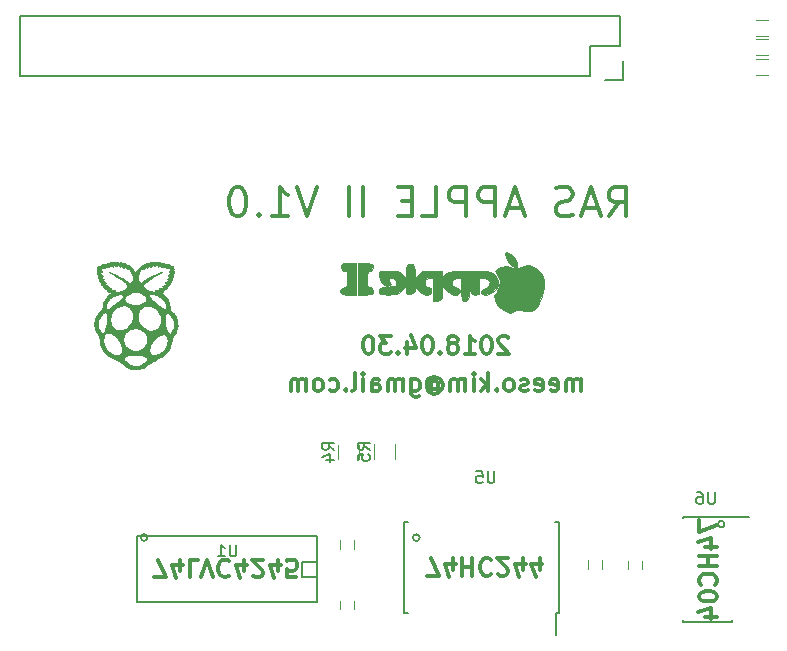
<source format=gbr>
G04 #@! TF.FileFunction,Legend,Bot*
%FSLAX46Y46*%
G04 Gerber Fmt 4.6, Leading zero omitted, Abs format (unit mm)*
G04 Created by KiCad (PCBNEW 4.0.7) date 05/03/18 12:04:11*
%MOMM*%
%LPD*%
G01*
G04 APERTURE LIST*
%ADD10C,0.100000*%
%ADD11C,0.300000*%
%ADD12C,0.200000*%
%ADD13C,0.010000*%
%ADD14C,0.120000*%
%ADD15C,0.150000*%
G04 APERTURE END LIST*
D10*
D11*
X157065714Y-102913571D02*
X157065714Y-101913571D01*
X157065714Y-102056429D02*
X156994286Y-101985000D01*
X156851428Y-101913571D01*
X156637143Y-101913571D01*
X156494286Y-101985000D01*
X156422857Y-102127857D01*
X156422857Y-102913571D01*
X156422857Y-102127857D02*
X156351428Y-101985000D01*
X156208571Y-101913571D01*
X155994286Y-101913571D01*
X155851428Y-101985000D01*
X155780000Y-102127857D01*
X155780000Y-102913571D01*
X154494286Y-102842143D02*
X154637143Y-102913571D01*
X154922857Y-102913571D01*
X155065714Y-102842143D01*
X155137143Y-102699286D01*
X155137143Y-102127857D01*
X155065714Y-101985000D01*
X154922857Y-101913571D01*
X154637143Y-101913571D01*
X154494286Y-101985000D01*
X154422857Y-102127857D01*
X154422857Y-102270714D01*
X155137143Y-102413571D01*
X153208572Y-102842143D02*
X153351429Y-102913571D01*
X153637143Y-102913571D01*
X153780000Y-102842143D01*
X153851429Y-102699286D01*
X153851429Y-102127857D01*
X153780000Y-101985000D01*
X153637143Y-101913571D01*
X153351429Y-101913571D01*
X153208572Y-101985000D01*
X153137143Y-102127857D01*
X153137143Y-102270714D01*
X153851429Y-102413571D01*
X152565715Y-102842143D02*
X152422858Y-102913571D01*
X152137143Y-102913571D01*
X151994286Y-102842143D01*
X151922858Y-102699286D01*
X151922858Y-102627857D01*
X151994286Y-102485000D01*
X152137143Y-102413571D01*
X152351429Y-102413571D01*
X152494286Y-102342143D01*
X152565715Y-102199286D01*
X152565715Y-102127857D01*
X152494286Y-101985000D01*
X152351429Y-101913571D01*
X152137143Y-101913571D01*
X151994286Y-101985000D01*
X151065714Y-102913571D02*
X151208572Y-102842143D01*
X151280000Y-102770714D01*
X151351429Y-102627857D01*
X151351429Y-102199286D01*
X151280000Y-102056429D01*
X151208572Y-101985000D01*
X151065714Y-101913571D01*
X150851429Y-101913571D01*
X150708572Y-101985000D01*
X150637143Y-102056429D01*
X150565714Y-102199286D01*
X150565714Y-102627857D01*
X150637143Y-102770714D01*
X150708572Y-102842143D01*
X150851429Y-102913571D01*
X151065714Y-102913571D01*
X149922857Y-102770714D02*
X149851429Y-102842143D01*
X149922857Y-102913571D01*
X149994286Y-102842143D01*
X149922857Y-102770714D01*
X149922857Y-102913571D01*
X149208571Y-102913571D02*
X149208571Y-101413571D01*
X149065714Y-102342143D02*
X148637143Y-102913571D01*
X148637143Y-101913571D02*
X149208571Y-102485000D01*
X147994285Y-102913571D02*
X147994285Y-101913571D01*
X147994285Y-101413571D02*
X148065714Y-101485000D01*
X147994285Y-101556429D01*
X147922857Y-101485000D01*
X147994285Y-101413571D01*
X147994285Y-101556429D01*
X147279999Y-102913571D02*
X147279999Y-101913571D01*
X147279999Y-102056429D02*
X147208571Y-101985000D01*
X147065713Y-101913571D01*
X146851428Y-101913571D01*
X146708571Y-101985000D01*
X146637142Y-102127857D01*
X146637142Y-102913571D01*
X146637142Y-102127857D02*
X146565713Y-101985000D01*
X146422856Y-101913571D01*
X146208571Y-101913571D01*
X146065713Y-101985000D01*
X145994285Y-102127857D01*
X145994285Y-102913571D01*
X144351428Y-102199286D02*
X144422856Y-102127857D01*
X144565713Y-102056429D01*
X144708571Y-102056429D01*
X144851428Y-102127857D01*
X144922856Y-102199286D01*
X144994285Y-102342143D01*
X144994285Y-102485000D01*
X144922856Y-102627857D01*
X144851428Y-102699286D01*
X144708571Y-102770714D01*
X144565713Y-102770714D01*
X144422856Y-102699286D01*
X144351428Y-102627857D01*
X144351428Y-102056429D02*
X144351428Y-102627857D01*
X144279999Y-102699286D01*
X144208571Y-102699286D01*
X144065713Y-102627857D01*
X143994285Y-102485000D01*
X143994285Y-102127857D01*
X144137142Y-101913571D01*
X144351428Y-101770714D01*
X144637142Y-101699286D01*
X144922856Y-101770714D01*
X145137142Y-101913571D01*
X145279999Y-102127857D01*
X145351428Y-102413571D01*
X145279999Y-102699286D01*
X145137142Y-102913571D01*
X144922856Y-103056429D01*
X144637142Y-103127857D01*
X144351428Y-103056429D01*
X144137142Y-102913571D01*
X142708571Y-101913571D02*
X142708571Y-103127857D01*
X142780000Y-103270714D01*
X142851428Y-103342143D01*
X142994285Y-103413571D01*
X143208571Y-103413571D01*
X143351428Y-103342143D01*
X142708571Y-102842143D02*
X142851428Y-102913571D01*
X143137142Y-102913571D01*
X143280000Y-102842143D01*
X143351428Y-102770714D01*
X143422857Y-102627857D01*
X143422857Y-102199286D01*
X143351428Y-102056429D01*
X143280000Y-101985000D01*
X143137142Y-101913571D01*
X142851428Y-101913571D01*
X142708571Y-101985000D01*
X141994285Y-102913571D02*
X141994285Y-101913571D01*
X141994285Y-102056429D02*
X141922857Y-101985000D01*
X141779999Y-101913571D01*
X141565714Y-101913571D01*
X141422857Y-101985000D01*
X141351428Y-102127857D01*
X141351428Y-102913571D01*
X141351428Y-102127857D02*
X141279999Y-101985000D01*
X141137142Y-101913571D01*
X140922857Y-101913571D01*
X140779999Y-101985000D01*
X140708571Y-102127857D01*
X140708571Y-102913571D01*
X139351428Y-102913571D02*
X139351428Y-102127857D01*
X139422857Y-101985000D01*
X139565714Y-101913571D01*
X139851428Y-101913571D01*
X139994285Y-101985000D01*
X139351428Y-102842143D02*
X139494285Y-102913571D01*
X139851428Y-102913571D01*
X139994285Y-102842143D01*
X140065714Y-102699286D01*
X140065714Y-102556429D01*
X139994285Y-102413571D01*
X139851428Y-102342143D01*
X139494285Y-102342143D01*
X139351428Y-102270714D01*
X138637142Y-102913571D02*
X138637142Y-101913571D01*
X138637142Y-101413571D02*
X138708571Y-101485000D01*
X138637142Y-101556429D01*
X138565714Y-101485000D01*
X138637142Y-101413571D01*
X138637142Y-101556429D01*
X137708570Y-102913571D02*
X137851428Y-102842143D01*
X137922856Y-102699286D01*
X137922856Y-101413571D01*
X137137142Y-102770714D02*
X137065714Y-102842143D01*
X137137142Y-102913571D01*
X137208571Y-102842143D01*
X137137142Y-102770714D01*
X137137142Y-102913571D01*
X135779999Y-102842143D02*
X135922856Y-102913571D01*
X136208570Y-102913571D01*
X136351428Y-102842143D01*
X136422856Y-102770714D01*
X136494285Y-102627857D01*
X136494285Y-102199286D01*
X136422856Y-102056429D01*
X136351428Y-101985000D01*
X136208570Y-101913571D01*
X135922856Y-101913571D01*
X135779999Y-101985000D01*
X134922856Y-102913571D02*
X135065714Y-102842143D01*
X135137142Y-102770714D01*
X135208571Y-102627857D01*
X135208571Y-102199286D01*
X135137142Y-102056429D01*
X135065714Y-101985000D01*
X134922856Y-101913571D01*
X134708571Y-101913571D01*
X134565714Y-101985000D01*
X134494285Y-102056429D01*
X134422856Y-102199286D01*
X134422856Y-102627857D01*
X134494285Y-102770714D01*
X134565714Y-102842143D01*
X134708571Y-102913571D01*
X134922856Y-102913571D01*
X133779999Y-102913571D02*
X133779999Y-101913571D01*
X133779999Y-102056429D02*
X133708571Y-101985000D01*
X133565713Y-101913571D01*
X133351428Y-101913571D01*
X133208571Y-101985000D01*
X133137142Y-102127857D01*
X133137142Y-102913571D01*
X133137142Y-102127857D02*
X133065713Y-101985000D01*
X132922856Y-101913571D01*
X132708571Y-101913571D01*
X132565713Y-101985000D01*
X132494285Y-102127857D01*
X132494285Y-102913571D01*
X150922856Y-98381429D02*
X150851427Y-98310000D01*
X150708570Y-98238571D01*
X150351427Y-98238571D01*
X150208570Y-98310000D01*
X150137141Y-98381429D01*
X150065713Y-98524286D01*
X150065713Y-98667143D01*
X150137141Y-98881429D01*
X150994284Y-99738571D01*
X150065713Y-99738571D01*
X149137142Y-98238571D02*
X148994285Y-98238571D01*
X148851428Y-98310000D01*
X148779999Y-98381429D01*
X148708570Y-98524286D01*
X148637142Y-98810000D01*
X148637142Y-99167143D01*
X148708570Y-99452857D01*
X148779999Y-99595714D01*
X148851428Y-99667143D01*
X148994285Y-99738571D01*
X149137142Y-99738571D01*
X149279999Y-99667143D01*
X149351428Y-99595714D01*
X149422856Y-99452857D01*
X149494285Y-99167143D01*
X149494285Y-98810000D01*
X149422856Y-98524286D01*
X149351428Y-98381429D01*
X149279999Y-98310000D01*
X149137142Y-98238571D01*
X147208571Y-99738571D02*
X148065714Y-99738571D01*
X147637142Y-99738571D02*
X147637142Y-98238571D01*
X147779999Y-98452857D01*
X147922857Y-98595714D01*
X148065714Y-98667143D01*
X146351428Y-98881429D02*
X146494286Y-98810000D01*
X146565714Y-98738571D01*
X146637143Y-98595714D01*
X146637143Y-98524286D01*
X146565714Y-98381429D01*
X146494286Y-98310000D01*
X146351428Y-98238571D01*
X146065714Y-98238571D01*
X145922857Y-98310000D01*
X145851428Y-98381429D01*
X145780000Y-98524286D01*
X145780000Y-98595714D01*
X145851428Y-98738571D01*
X145922857Y-98810000D01*
X146065714Y-98881429D01*
X146351428Y-98881429D01*
X146494286Y-98952857D01*
X146565714Y-99024286D01*
X146637143Y-99167143D01*
X146637143Y-99452857D01*
X146565714Y-99595714D01*
X146494286Y-99667143D01*
X146351428Y-99738571D01*
X146065714Y-99738571D01*
X145922857Y-99667143D01*
X145851428Y-99595714D01*
X145780000Y-99452857D01*
X145780000Y-99167143D01*
X145851428Y-99024286D01*
X145922857Y-98952857D01*
X146065714Y-98881429D01*
X145137143Y-99595714D02*
X145065715Y-99667143D01*
X145137143Y-99738571D01*
X145208572Y-99667143D01*
X145137143Y-99595714D01*
X145137143Y-99738571D01*
X144137143Y-98238571D02*
X143994286Y-98238571D01*
X143851429Y-98310000D01*
X143780000Y-98381429D01*
X143708571Y-98524286D01*
X143637143Y-98810000D01*
X143637143Y-99167143D01*
X143708571Y-99452857D01*
X143780000Y-99595714D01*
X143851429Y-99667143D01*
X143994286Y-99738571D01*
X144137143Y-99738571D01*
X144280000Y-99667143D01*
X144351429Y-99595714D01*
X144422857Y-99452857D01*
X144494286Y-99167143D01*
X144494286Y-98810000D01*
X144422857Y-98524286D01*
X144351429Y-98381429D01*
X144280000Y-98310000D01*
X144137143Y-98238571D01*
X142351429Y-98738571D02*
X142351429Y-99738571D01*
X142708572Y-98167143D02*
X143065715Y-99238571D01*
X142137143Y-99238571D01*
X141565715Y-99595714D02*
X141494287Y-99667143D01*
X141565715Y-99738571D01*
X141637144Y-99667143D01*
X141565715Y-99595714D01*
X141565715Y-99738571D01*
X140994286Y-98238571D02*
X140065715Y-98238571D01*
X140565715Y-98810000D01*
X140351429Y-98810000D01*
X140208572Y-98881429D01*
X140137143Y-98952857D01*
X140065715Y-99095714D01*
X140065715Y-99452857D01*
X140137143Y-99595714D01*
X140208572Y-99667143D01*
X140351429Y-99738571D01*
X140780001Y-99738571D01*
X140922858Y-99667143D01*
X140994286Y-99595714D01*
X139137144Y-98238571D02*
X138994287Y-98238571D01*
X138851430Y-98310000D01*
X138780001Y-98381429D01*
X138708572Y-98524286D01*
X138637144Y-98810000D01*
X138637144Y-99167143D01*
X138708572Y-99452857D01*
X138780001Y-99595714D01*
X138851430Y-99667143D01*
X138994287Y-99738571D01*
X139137144Y-99738571D01*
X139280001Y-99667143D01*
X139351430Y-99595714D01*
X139422858Y-99452857D01*
X139494287Y-99167143D01*
X139494287Y-98810000D01*
X139422858Y-98524286D01*
X139351430Y-98381429D01*
X139280001Y-98310000D01*
X139137144Y-98238571D01*
X159442618Y-88125952D02*
X160275952Y-86935476D01*
X160871190Y-88125952D02*
X160871190Y-85625952D01*
X159918809Y-85625952D01*
X159680714Y-85745000D01*
X159561666Y-85864048D01*
X159442618Y-86102143D01*
X159442618Y-86459286D01*
X159561666Y-86697381D01*
X159680714Y-86816429D01*
X159918809Y-86935476D01*
X160871190Y-86935476D01*
X158490238Y-87411667D02*
X157299761Y-87411667D01*
X158728333Y-88125952D02*
X157894999Y-85625952D01*
X157061666Y-88125952D01*
X156347381Y-88006905D02*
X155990238Y-88125952D01*
X155395000Y-88125952D01*
X155156904Y-88006905D01*
X155037857Y-87887857D01*
X154918809Y-87649762D01*
X154918809Y-87411667D01*
X155037857Y-87173571D01*
X155156904Y-87054524D01*
X155395000Y-86935476D01*
X155871190Y-86816429D01*
X156109285Y-86697381D01*
X156228333Y-86578333D01*
X156347381Y-86340238D01*
X156347381Y-86102143D01*
X156228333Y-85864048D01*
X156109285Y-85745000D01*
X155871190Y-85625952D01*
X155275952Y-85625952D01*
X154918809Y-85745000D01*
X152061667Y-87411667D02*
X150871190Y-87411667D01*
X152299762Y-88125952D02*
X151466428Y-85625952D01*
X150633095Y-88125952D01*
X149799762Y-88125952D02*
X149799762Y-85625952D01*
X148847381Y-85625952D01*
X148609286Y-85745000D01*
X148490238Y-85864048D01*
X148371190Y-86102143D01*
X148371190Y-86459286D01*
X148490238Y-86697381D01*
X148609286Y-86816429D01*
X148847381Y-86935476D01*
X149799762Y-86935476D01*
X147299762Y-88125952D02*
X147299762Y-85625952D01*
X146347381Y-85625952D01*
X146109286Y-85745000D01*
X145990238Y-85864048D01*
X145871190Y-86102143D01*
X145871190Y-86459286D01*
X145990238Y-86697381D01*
X146109286Y-86816429D01*
X146347381Y-86935476D01*
X147299762Y-86935476D01*
X143609286Y-88125952D02*
X144799762Y-88125952D01*
X144799762Y-85625952D01*
X142775952Y-86816429D02*
X141942619Y-86816429D01*
X141585476Y-88125952D02*
X142775952Y-88125952D01*
X142775952Y-85625952D01*
X141585476Y-85625952D01*
X138609285Y-88125952D02*
X138609285Y-85625952D01*
X137418809Y-88125952D02*
X137418809Y-85625952D01*
X134680714Y-85625952D02*
X133847380Y-88125952D01*
X133014047Y-85625952D01*
X130871190Y-88125952D02*
X132299762Y-88125952D01*
X131585476Y-88125952D02*
X131585476Y-85625952D01*
X131823571Y-85983095D01*
X132061666Y-86221190D01*
X132299762Y-86340238D01*
X129799762Y-87887857D02*
X129680714Y-88006905D01*
X129799762Y-88125952D01*
X129918810Y-88006905D01*
X129799762Y-87887857D01*
X129799762Y-88125952D01*
X128133095Y-85625952D02*
X127895000Y-85625952D01*
X127656905Y-85745000D01*
X127537857Y-85864048D01*
X127418810Y-86102143D01*
X127299762Y-86578333D01*
X127299762Y-87173571D01*
X127418810Y-87649762D01*
X127537857Y-87887857D01*
X127656905Y-88006905D01*
X127895000Y-88125952D01*
X128133095Y-88125952D01*
X128371191Y-88006905D01*
X128490238Y-87887857D01*
X128609286Y-87649762D01*
X128728334Y-87173571D01*
X128728334Y-86578333D01*
X128609286Y-86102143D01*
X128490238Y-85864048D01*
X128371191Y-85745000D01*
X128133095Y-85625952D01*
D12*
X169227501Y-114173000D02*
G75*
G03X169227501Y-114173000I-283981J0D01*
G01*
X143412981Y-115316000D02*
G75*
G03X143412981Y-115316000I-283981J0D01*
G01*
X120362481Y-115316000D02*
G75*
G03X120362481Y-115316000I-283981J0D01*
G01*
D11*
X167072571Y-113867930D02*
X167072571Y-114867930D01*
X168572571Y-114225073D01*
X167572571Y-116082215D02*
X168572571Y-116082215D01*
X167001143Y-115725072D02*
X168072571Y-115367929D01*
X168072571Y-116296501D01*
X168572571Y-116867929D02*
X167072571Y-116867929D01*
X167786857Y-116867929D02*
X167786857Y-117725072D01*
X168572571Y-117725072D02*
X167072571Y-117725072D01*
X168429714Y-119296501D02*
X168501143Y-119225072D01*
X168572571Y-119010786D01*
X168572571Y-118867929D01*
X168501143Y-118653644D01*
X168358286Y-118510786D01*
X168215429Y-118439358D01*
X167929714Y-118367929D01*
X167715429Y-118367929D01*
X167429714Y-118439358D01*
X167286857Y-118510786D01*
X167144000Y-118653644D01*
X167072571Y-118867929D01*
X167072571Y-119010786D01*
X167144000Y-119225072D01*
X167215429Y-119296501D01*
X167072571Y-120225072D02*
X167072571Y-120367929D01*
X167144000Y-120510786D01*
X167215429Y-120582215D01*
X167358286Y-120653644D01*
X167644000Y-120725072D01*
X168001143Y-120725072D01*
X168286857Y-120653644D01*
X168429714Y-120582215D01*
X168501143Y-120510786D01*
X168572571Y-120367929D01*
X168572571Y-120225072D01*
X168501143Y-120082215D01*
X168429714Y-120010786D01*
X168286857Y-119939358D01*
X168001143Y-119867929D01*
X167644000Y-119867929D01*
X167358286Y-119939358D01*
X167215429Y-120010786D01*
X167144000Y-120082215D01*
X167072571Y-120225072D01*
X167572571Y-122010786D02*
X168572571Y-122010786D01*
X167001143Y-121653643D02*
X168072571Y-121296500D01*
X168072571Y-122225072D01*
X120928573Y-118677429D02*
X121928573Y-118677429D01*
X121285716Y-117177429D01*
X123142858Y-118177429D02*
X123142858Y-117177429D01*
X122785715Y-118748857D02*
X122428572Y-117677429D01*
X123357144Y-117677429D01*
X124642858Y-117177429D02*
X123928572Y-117177429D01*
X123928572Y-118677429D01*
X124928572Y-118677429D02*
X125428572Y-117177429D01*
X125928572Y-118677429D01*
X127285715Y-117320286D02*
X127214286Y-117248857D01*
X127000000Y-117177429D01*
X126857143Y-117177429D01*
X126642858Y-117248857D01*
X126500000Y-117391714D01*
X126428572Y-117534571D01*
X126357143Y-117820286D01*
X126357143Y-118034571D01*
X126428572Y-118320286D01*
X126500000Y-118463143D01*
X126642858Y-118606000D01*
X126857143Y-118677429D01*
X127000000Y-118677429D01*
X127214286Y-118606000D01*
X127285715Y-118534571D01*
X128571429Y-118177429D02*
X128571429Y-117177429D01*
X128214286Y-118748857D02*
X127857143Y-117677429D01*
X128785715Y-117677429D01*
X129285714Y-118534571D02*
X129357143Y-118606000D01*
X129500000Y-118677429D01*
X129857143Y-118677429D01*
X130000000Y-118606000D01*
X130071429Y-118534571D01*
X130142857Y-118391714D01*
X130142857Y-118248857D01*
X130071429Y-118034571D01*
X129214286Y-117177429D01*
X130142857Y-117177429D01*
X131428571Y-118177429D02*
X131428571Y-117177429D01*
X131071428Y-118748857D02*
X130714285Y-117677429D01*
X131642857Y-117677429D01*
X132928571Y-118677429D02*
X132214285Y-118677429D01*
X132142856Y-117963143D01*
X132214285Y-118034571D01*
X132357142Y-118106000D01*
X132714285Y-118106000D01*
X132857142Y-118034571D01*
X132928571Y-117963143D01*
X132999999Y-117820286D01*
X132999999Y-117463143D01*
X132928571Y-117320286D01*
X132857142Y-117248857D01*
X132714285Y-117177429D01*
X132357142Y-117177429D01*
X132214285Y-117248857D01*
X132142856Y-117320286D01*
X144014644Y-118550429D02*
X145014644Y-118550429D01*
X144371787Y-117050429D01*
X146228929Y-118050429D02*
X146228929Y-117050429D01*
X145871786Y-118621857D02*
X145514643Y-117550429D01*
X146443215Y-117550429D01*
X147014643Y-117050429D02*
X147014643Y-118550429D01*
X147014643Y-117836143D02*
X147871786Y-117836143D01*
X147871786Y-117050429D02*
X147871786Y-118550429D01*
X149443215Y-117193286D02*
X149371786Y-117121857D01*
X149157500Y-117050429D01*
X149014643Y-117050429D01*
X148800358Y-117121857D01*
X148657500Y-117264714D01*
X148586072Y-117407571D01*
X148514643Y-117693286D01*
X148514643Y-117907571D01*
X148586072Y-118193286D01*
X148657500Y-118336143D01*
X148800358Y-118479000D01*
X149014643Y-118550429D01*
X149157500Y-118550429D01*
X149371786Y-118479000D01*
X149443215Y-118407571D01*
X150014643Y-118407571D02*
X150086072Y-118479000D01*
X150228929Y-118550429D01*
X150586072Y-118550429D01*
X150728929Y-118479000D01*
X150800358Y-118407571D01*
X150871786Y-118264714D01*
X150871786Y-118121857D01*
X150800358Y-117907571D01*
X149943215Y-117050429D01*
X150871786Y-117050429D01*
X152157500Y-118050429D02*
X152157500Y-117050429D01*
X151800357Y-118621857D02*
X151443214Y-117550429D01*
X152371786Y-117550429D01*
X153586071Y-118050429D02*
X153586071Y-117050429D01*
X153228928Y-118621857D02*
X152871785Y-117550429D01*
X153800357Y-117550429D01*
D13*
G36*
X152152775Y-92360644D02*
X152062317Y-92393458D01*
X151651498Y-92515971D01*
X151368552Y-92504651D01*
X151271931Y-92463990D01*
X150815296Y-92339234D01*
X150325501Y-92384325D01*
X150021296Y-92522472D01*
X149745075Y-92715945D01*
X150003794Y-93154442D01*
X150175198Y-93624109D01*
X150161946Y-94080529D01*
X149969254Y-94444654D01*
X149915337Y-94494775D01*
X149740684Y-94788581D01*
X149759861Y-95174171D01*
X149961964Y-95592998D01*
X150164800Y-95834200D01*
X150614075Y-96169027D01*
X151041534Y-96258933D01*
X151384000Y-96137448D01*
X151613870Y-96080455D01*
X152000156Y-96070119D01*
X152293079Y-96090976D01*
X152737136Y-96111899D01*
X153060545Y-96037034D01*
X153304866Y-95829105D01*
X153511656Y-95450833D01*
X153722474Y-94864942D01*
X153747698Y-94786206D01*
X153917894Y-94067249D01*
X153912695Y-93491208D01*
X153727061Y-93012598D01*
X153521856Y-92747750D01*
X153096193Y-92392366D01*
X152661697Y-92268638D01*
X152152775Y-92360644D01*
X152152775Y-92360644D01*
G37*
X152152775Y-92360644D02*
X152062317Y-92393458D01*
X151651498Y-92515971D01*
X151368552Y-92504651D01*
X151271931Y-92463990D01*
X150815296Y-92339234D01*
X150325501Y-92384325D01*
X150021296Y-92522472D01*
X149745075Y-92715945D01*
X150003794Y-93154442D01*
X150175198Y-93624109D01*
X150161946Y-94080529D01*
X149969254Y-94444654D01*
X149915337Y-94494775D01*
X149740684Y-94788581D01*
X149759861Y-95174171D01*
X149961964Y-95592998D01*
X150164800Y-95834200D01*
X150614075Y-96169027D01*
X151041534Y-96258933D01*
X151384000Y-96137448D01*
X151613870Y-96080455D01*
X152000156Y-96070119D01*
X152293079Y-96090976D01*
X152737136Y-96111899D01*
X153060545Y-96037034D01*
X153304866Y-95829105D01*
X153511656Y-95450833D01*
X153722474Y-94864942D01*
X153747698Y-94786206D01*
X153917894Y-94067249D01*
X153912695Y-93491208D01*
X153727061Y-93012598D01*
X153521856Y-92747750D01*
X153096193Y-92392366D01*
X152661697Y-92268638D01*
X152152775Y-92360644D01*
G36*
X142425287Y-92164287D02*
X142323977Y-92286124D01*
X142276920Y-92570720D01*
X142265292Y-92729518D01*
X142227083Y-93320536D01*
X141921814Y-93015268D01*
X141711580Y-92843873D01*
X141461773Y-92750952D01*
X141089613Y-92714269D01*
X140785273Y-92710000D01*
X140339927Y-92714521D01*
X140091266Y-92744300D01*
X139981979Y-92823655D01*
X139954752Y-92976907D01*
X139954000Y-93062741D01*
X140042411Y-93491914D01*
X140272475Y-93818939D01*
X140591443Y-93975253D01*
X140659702Y-93980000D01*
X140902478Y-93956807D01*
X140952014Y-93845796D01*
X140835406Y-93584812D01*
X140833528Y-93581301D01*
X140764157Y-93403828D01*
X140862405Y-93352823D01*
X141055778Y-93367400D01*
X141321779Y-93445541D01*
X141411142Y-93642046D01*
X141414500Y-93726000D01*
X141395204Y-93906031D01*
X141296864Y-94006156D01*
X141058801Y-94055921D01*
X140684250Y-94081587D01*
X140272255Y-94111702D01*
X140053634Y-94166193D01*
X139967803Y-94274036D01*
X139954000Y-94430837D01*
X139970685Y-94602511D01*
X140060218Y-94695677D01*
X140281820Y-94734211D01*
X140694708Y-94741989D01*
X140725770Y-94742000D01*
X141181525Y-94727155D01*
X141479066Y-94662043D01*
X141713435Y-94515794D01*
X141868770Y-94370769D01*
X142240000Y-93999538D01*
X142240000Y-94379204D01*
X142267728Y-94644006D01*
X142399988Y-94728252D01*
X142589250Y-94718685D01*
X142880236Y-94609867D01*
X142977391Y-94405663D01*
X143013186Y-94230621D01*
X143089734Y-94222477D01*
X143270484Y-94387095D01*
X143320869Y-94437413D01*
X143716790Y-94687866D01*
X144012228Y-94742000D01*
X144287717Y-94708487D01*
X144389505Y-94567543D01*
X144399000Y-94433332D01*
X144324560Y-94175488D01*
X144113250Y-94084082D01*
X143886633Y-93974253D01*
X143827500Y-93726000D01*
X143883344Y-93481751D01*
X144099249Y-93379341D01*
X144176750Y-93368314D01*
X144526000Y-93328128D01*
X144526000Y-95250000D01*
X144907000Y-95250000D01*
X145133816Y-95235752D01*
X145246099Y-95149000D01*
X145284078Y-94923725D01*
X145288000Y-94624769D01*
X145288000Y-93999538D01*
X145659231Y-94370769D01*
X145987608Y-94618052D01*
X146322077Y-94745852D01*
X146602933Y-94749376D01*
X146770472Y-94623832D01*
X146789083Y-94461456D01*
X146634549Y-94199344D01*
X146431000Y-94106480D01*
X146178514Y-93970040D01*
X146113500Y-93720274D01*
X146158237Y-93496873D01*
X146341693Y-93395260D01*
X146526250Y-93368703D01*
X146939000Y-93328906D01*
X146939000Y-94289453D01*
X146942878Y-94776427D01*
X146966251Y-95062690D01*
X147026731Y-95201522D01*
X147141931Y-95246204D01*
X147256500Y-95250000D01*
X147442344Y-95229358D01*
X147539987Y-95125148D01*
X147581568Y-94873947D01*
X147594325Y-94583250D01*
X147611365Y-94250378D01*
X147635088Y-94168217D01*
X147665872Y-94329250D01*
X147732749Y-94616053D01*
X147887426Y-94727066D01*
X148090047Y-94742000D01*
X148302373Y-94729877D01*
X148413435Y-94652073D01*
X148456041Y-94446434D01*
X148463000Y-94050809D01*
X148463000Y-93328906D01*
X148875750Y-93368703D01*
X149182596Y-93443367D01*
X149314176Y-93622536D01*
X149330045Y-93701584D01*
X149301465Y-93935668D01*
X149094341Y-94095134D01*
X148980795Y-94142178D01*
X148673981Y-94324027D01*
X148577644Y-94520962D01*
X148689737Y-94677434D01*
X149002750Y-94737960D01*
X149476271Y-94632234D01*
X149818308Y-94364955D01*
X150010126Y-93995330D01*
X150032988Y-93582564D01*
X149868158Y-93185861D01*
X149579919Y-92914157D01*
X149377075Y-92828407D01*
X149051755Y-92770735D01*
X148563834Y-92737167D01*
X147873189Y-92723731D01*
X147649640Y-92723041D01*
X146869813Y-92731463D01*
X146304013Y-92764126D01*
X145912697Y-92830503D01*
X145656322Y-92940064D01*
X145495345Y-93102280D01*
X145415887Y-93258052D01*
X145340234Y-93416097D01*
X145306632Y-93362405D01*
X145296051Y-93122750D01*
X145288000Y-92710000D01*
X144456728Y-92710000D01*
X143975742Y-92724263D01*
X143665096Y-92781876D01*
X143442007Y-92905073D01*
X143320187Y-93015268D01*
X143014918Y-93320536D01*
X142976709Y-92729518D01*
X142939504Y-92368306D01*
X142862808Y-92194382D01*
X142706472Y-92141035D01*
X142621000Y-92138500D01*
X142425287Y-92164287D01*
X142425287Y-92164287D01*
G37*
X142425287Y-92164287D02*
X142323977Y-92286124D01*
X142276920Y-92570720D01*
X142265292Y-92729518D01*
X142227083Y-93320536D01*
X141921814Y-93015268D01*
X141711580Y-92843873D01*
X141461773Y-92750952D01*
X141089613Y-92714269D01*
X140785273Y-92710000D01*
X140339927Y-92714521D01*
X140091266Y-92744300D01*
X139981979Y-92823655D01*
X139954752Y-92976907D01*
X139954000Y-93062741D01*
X140042411Y-93491914D01*
X140272475Y-93818939D01*
X140591443Y-93975253D01*
X140659702Y-93980000D01*
X140902478Y-93956807D01*
X140952014Y-93845796D01*
X140835406Y-93584812D01*
X140833528Y-93581301D01*
X140764157Y-93403828D01*
X140862405Y-93352823D01*
X141055778Y-93367400D01*
X141321779Y-93445541D01*
X141411142Y-93642046D01*
X141414500Y-93726000D01*
X141395204Y-93906031D01*
X141296864Y-94006156D01*
X141058801Y-94055921D01*
X140684250Y-94081587D01*
X140272255Y-94111702D01*
X140053634Y-94166193D01*
X139967803Y-94274036D01*
X139954000Y-94430837D01*
X139970685Y-94602511D01*
X140060218Y-94695677D01*
X140281820Y-94734211D01*
X140694708Y-94741989D01*
X140725770Y-94742000D01*
X141181525Y-94727155D01*
X141479066Y-94662043D01*
X141713435Y-94515794D01*
X141868770Y-94370769D01*
X142240000Y-93999538D01*
X142240000Y-94379204D01*
X142267728Y-94644006D01*
X142399988Y-94728252D01*
X142589250Y-94718685D01*
X142880236Y-94609867D01*
X142977391Y-94405663D01*
X143013186Y-94230621D01*
X143089734Y-94222477D01*
X143270484Y-94387095D01*
X143320869Y-94437413D01*
X143716790Y-94687866D01*
X144012228Y-94742000D01*
X144287717Y-94708487D01*
X144389505Y-94567543D01*
X144399000Y-94433332D01*
X144324560Y-94175488D01*
X144113250Y-94084082D01*
X143886633Y-93974253D01*
X143827500Y-93726000D01*
X143883344Y-93481751D01*
X144099249Y-93379341D01*
X144176750Y-93368314D01*
X144526000Y-93328128D01*
X144526000Y-95250000D01*
X144907000Y-95250000D01*
X145133816Y-95235752D01*
X145246099Y-95149000D01*
X145284078Y-94923725D01*
X145288000Y-94624769D01*
X145288000Y-93999538D01*
X145659231Y-94370769D01*
X145987608Y-94618052D01*
X146322077Y-94745852D01*
X146602933Y-94749376D01*
X146770472Y-94623832D01*
X146789083Y-94461456D01*
X146634549Y-94199344D01*
X146431000Y-94106480D01*
X146178514Y-93970040D01*
X146113500Y-93720274D01*
X146158237Y-93496873D01*
X146341693Y-93395260D01*
X146526250Y-93368703D01*
X146939000Y-93328906D01*
X146939000Y-94289453D01*
X146942878Y-94776427D01*
X146966251Y-95062690D01*
X147026731Y-95201522D01*
X147141931Y-95246204D01*
X147256500Y-95250000D01*
X147442344Y-95229358D01*
X147539987Y-95125148D01*
X147581568Y-94873947D01*
X147594325Y-94583250D01*
X147611365Y-94250378D01*
X147635088Y-94168217D01*
X147665872Y-94329250D01*
X147732749Y-94616053D01*
X147887426Y-94727066D01*
X148090047Y-94742000D01*
X148302373Y-94729877D01*
X148413435Y-94652073D01*
X148456041Y-94446434D01*
X148463000Y-94050809D01*
X148463000Y-93328906D01*
X148875750Y-93368703D01*
X149182596Y-93443367D01*
X149314176Y-93622536D01*
X149330045Y-93701584D01*
X149301465Y-93935668D01*
X149094341Y-94095134D01*
X148980795Y-94142178D01*
X148673981Y-94324027D01*
X148577644Y-94520962D01*
X148689737Y-94677434D01*
X149002750Y-94737960D01*
X149476271Y-94632234D01*
X149818308Y-94364955D01*
X150010126Y-93995330D01*
X150032988Y-93582564D01*
X149868158Y-93185861D01*
X149579919Y-92914157D01*
X149377075Y-92828407D01*
X149051755Y-92770735D01*
X148563834Y-92737167D01*
X147873189Y-92723731D01*
X147649640Y-92723041D01*
X146869813Y-92731463D01*
X146304013Y-92764126D01*
X145912697Y-92830503D01*
X145656322Y-92940064D01*
X145495345Y-93102280D01*
X145415887Y-93258052D01*
X145340234Y-93416097D01*
X145306632Y-93362405D01*
X145296051Y-93122750D01*
X145288000Y-92710000D01*
X144456728Y-92710000D01*
X143975742Y-92724263D01*
X143665096Y-92781876D01*
X143442007Y-92905073D01*
X143320187Y-93015268D01*
X143014918Y-93320536D01*
X142976709Y-92729518D01*
X142939504Y-92368306D01*
X142862808Y-92194382D01*
X142706472Y-92141035D01*
X142621000Y-92138500D01*
X142425287Y-92164287D01*
G36*
X138176000Y-94742000D02*
X138811000Y-94742000D01*
X139187867Y-94731706D01*
X139375876Y-94679172D01*
X139439985Y-94551920D01*
X139446000Y-94424500D01*
X139386470Y-94175528D01*
X139192000Y-94107000D01*
X139045214Y-94076681D01*
X138968747Y-93945597D01*
X138940710Y-93653553D01*
X138938000Y-93408500D01*
X138949025Y-93004838D01*
X138996692Y-92794552D01*
X139102890Y-92717449D01*
X139192000Y-92710000D01*
X139391178Y-92635586D01*
X139446000Y-92392500D01*
X139425413Y-92204066D01*
X139320345Y-92110062D01*
X139065841Y-92078007D01*
X138811000Y-92075000D01*
X138176000Y-92075000D01*
X138176000Y-94742000D01*
X138176000Y-94742000D01*
G37*
X138176000Y-94742000D02*
X138811000Y-94742000D01*
X139187867Y-94731706D01*
X139375876Y-94679172D01*
X139439985Y-94551920D01*
X139446000Y-94424500D01*
X139386470Y-94175528D01*
X139192000Y-94107000D01*
X139045214Y-94076681D01*
X138968747Y-93945597D01*
X138940710Y-93653553D01*
X138938000Y-93408500D01*
X138949025Y-93004838D01*
X138996692Y-92794552D01*
X139102890Y-92717449D01*
X139192000Y-92710000D01*
X139391178Y-92635586D01*
X139446000Y-92392500D01*
X139425413Y-92204066D01*
X139320345Y-92110062D01*
X139065841Y-92078007D01*
X138811000Y-92075000D01*
X138176000Y-92075000D01*
X138176000Y-94742000D01*
G36*
X137037134Y-92085293D02*
X136849125Y-92137827D01*
X136785016Y-92265079D01*
X136779000Y-92392500D01*
X136838531Y-92641471D01*
X137033000Y-92710000D01*
X137179787Y-92740318D01*
X137256254Y-92871402D01*
X137284291Y-93163446D01*
X137287000Y-93408500D01*
X137275122Y-93813916D01*
X137225911Y-94025062D01*
X137119006Y-94101099D01*
X137046588Y-94107000D01*
X136814177Y-94205854D01*
X136690226Y-94427054D01*
X136722584Y-94626460D01*
X136880923Y-94693430D01*
X137204623Y-94735131D01*
X137421496Y-94742000D01*
X138049000Y-94742000D01*
X138049000Y-92075000D01*
X137414000Y-92075000D01*
X137037134Y-92085293D01*
X137037134Y-92085293D01*
G37*
X137037134Y-92085293D02*
X136849125Y-92137827D01*
X136785016Y-92265079D01*
X136779000Y-92392500D01*
X136838531Y-92641471D01*
X137033000Y-92710000D01*
X137179787Y-92740318D01*
X137256254Y-92871402D01*
X137284291Y-93163446D01*
X137287000Y-93408500D01*
X137275122Y-93813916D01*
X137225911Y-94025062D01*
X137119006Y-94101099D01*
X137046588Y-94107000D01*
X136814177Y-94205854D01*
X136690226Y-94427054D01*
X136722584Y-94626460D01*
X136880923Y-94693430D01*
X137204623Y-94735131D01*
X137421496Y-94742000D01*
X138049000Y-94742000D01*
X138049000Y-92075000D01*
X137414000Y-92075000D01*
X137037134Y-92085293D01*
G36*
X150625353Y-91189212D02*
X150622000Y-91251338D01*
X150705458Y-91592152D01*
X150908571Y-91969880D01*
X151160451Y-92263295D01*
X151249966Y-92325235D01*
X151508049Y-92439700D01*
X151616018Y-92388390D01*
X151635177Y-92170250D01*
X151520783Y-91788550D01*
X151228206Y-91421618D01*
X150907750Y-91196395D01*
X150695488Y-91114203D01*
X150625353Y-91189212D01*
X150625353Y-91189212D01*
G37*
X150625353Y-91189212D02*
X150622000Y-91251338D01*
X150705458Y-91592152D01*
X150908571Y-91969880D01*
X151160451Y-92263295D01*
X151249966Y-92325235D01*
X151508049Y-92439700D01*
X151616018Y-92388390D01*
X151635177Y-92170250D01*
X151520783Y-91788550D01*
X151228206Y-91421618D01*
X150907750Y-91196395D01*
X150695488Y-91114203D01*
X150625353Y-91189212D01*
G36*
X117627374Y-91979671D02*
X117580880Y-91997989D01*
X117555388Y-92011655D01*
X117532769Y-92016119D01*
X117502939Y-92011982D01*
X117472930Y-92004442D01*
X117385612Y-91988711D01*
X117305130Y-91988671D01*
X117237365Y-92004162D01*
X117221356Y-92011318D01*
X117189125Y-92029656D01*
X117167456Y-92045461D01*
X117163963Y-92049418D01*
X117148130Y-92055875D01*
X117114202Y-92060497D01*
X117069467Y-92062299D01*
X117068678Y-92062299D01*
X116995589Y-92066118D01*
X116940775Y-92078731D01*
X116898110Y-92101878D01*
X116882294Y-92115202D01*
X116861509Y-92129432D01*
X116831962Y-92138313D01*
X116787075Y-92143393D01*
X116755294Y-92145053D01*
X116667047Y-92151536D01*
X116598525Y-92164000D01*
X116544420Y-92184142D01*
X116499421Y-92213659D01*
X116477215Y-92233916D01*
X116444051Y-92264555D01*
X116419135Y-92279367D01*
X116394748Y-92282281D01*
X116384425Y-92281147D01*
X116305268Y-92281013D01*
X116232339Y-92302812D01*
X116170249Y-92344298D01*
X116123609Y-92403227D01*
X116120004Y-92409930D01*
X116104062Y-92461296D01*
X116099770Y-92523232D01*
X116107150Y-92583723D01*
X116119606Y-92619442D01*
X116132665Y-92648955D01*
X116132619Y-92669418D01*
X116118434Y-92693963D01*
X116113144Y-92701452D01*
X116091616Y-92746924D01*
X116081110Y-92809719D01*
X116080590Y-92817409D01*
X116079873Y-92866107D01*
X116086560Y-92905232D01*
X116103455Y-92947601D01*
X116113541Y-92968017D01*
X116134192Y-93011742D01*
X116143551Y-93043195D01*
X116143603Y-93071760D01*
X116139813Y-93092216D01*
X116135626Y-93159977D01*
X116154095Y-93228950D01*
X116195986Y-93301432D01*
X116219550Y-93332018D01*
X116241575Y-93363466D01*
X116252459Y-93395285D01*
X116255743Y-93438863D01*
X116255800Y-93448666D01*
X116258831Y-93508492D01*
X116270492Y-93554904D01*
X116294640Y-93597358D01*
X116335131Y-93645308D01*
X116336681Y-93646975D01*
X116370491Y-93687022D01*
X116389768Y-93722128D01*
X116399996Y-93762982D01*
X116401509Y-93773303D01*
X116417299Y-93834594D01*
X116448968Y-93890761D01*
X116499458Y-93945862D01*
X116565553Y-93999460D01*
X116610027Y-94034030D01*
X116636261Y-94059992D01*
X116647967Y-94081507D01*
X116649566Y-94093574D01*
X116658646Y-94132457D01*
X116682125Y-94178057D01*
X116714551Y-94221244D01*
X116740356Y-94245698D01*
X116769610Y-94264948D01*
X116812238Y-94288865D01*
X116853198Y-94309450D01*
X116899560Y-94333681D01*
X116928846Y-94356283D01*
X116948168Y-94383372D01*
X116954635Y-94396687D01*
X116992692Y-94451816D01*
X117052726Y-94499223D01*
X117132083Y-94537382D01*
X117228108Y-94564769D01*
X117256632Y-94570132D01*
X117289249Y-94577617D01*
X117308070Y-94585759D01*
X117309900Y-94588499D01*
X117299880Y-94599005D01*
X117273069Y-94619200D01*
X117234346Y-94645516D01*
X117214098Y-94658555D01*
X117138390Y-94712425D01*
X117055824Y-94781079D01*
X116973392Y-94858007D01*
X116898087Y-94936703D01*
X116839663Y-95006985D01*
X116783822Y-95090338D01*
X116728182Y-95190241D01*
X116676834Y-95298142D01*
X116633868Y-95405490D01*
X116604936Y-95497650D01*
X116589772Y-95565871D01*
X116575521Y-95647709D01*
X116564084Y-95731400D01*
X116558954Y-95782492D01*
X116550073Y-95869580D01*
X116538001Y-95936495D01*
X116520398Y-95988450D01*
X116494923Y-96030658D01*
X116459235Y-96068331D01*
X116414550Y-96104070D01*
X116282220Y-96216703D01*
X116163246Y-96348360D01*
X116060693Y-96494848D01*
X115977625Y-96651971D01*
X115934091Y-96761988D01*
X115886287Y-96939797D01*
X115862831Y-97121008D01*
X115863349Y-97303188D01*
X115887468Y-97483904D01*
X115934815Y-97660722D01*
X116005018Y-97831209D01*
X116097703Y-97992931D01*
X116129946Y-98039527D01*
X116160985Y-98083716D01*
X116183998Y-98120906D01*
X116201878Y-98157769D01*
X116217520Y-98200974D01*
X116233816Y-98257194D01*
X116248380Y-98312577D01*
X116266266Y-98380287D01*
X116283880Y-98444188D01*
X116299352Y-98497669D01*
X116310811Y-98534118D01*
X116312073Y-98537721D01*
X116322756Y-98580953D01*
X116329989Y-98635938D01*
X116332000Y-98678933D01*
X116342512Y-98825254D01*
X116372884Y-98979589D01*
X116421371Y-99136596D01*
X116486228Y-99290934D01*
X116565708Y-99437260D01*
X116594529Y-99482399D01*
X116694283Y-99612330D01*
X116814386Y-99734920D01*
X116950055Y-99846501D01*
X117096505Y-99943406D01*
X117248952Y-100021966D01*
X117350456Y-100061960D01*
X117387638Y-100078413D01*
X117438747Y-100105972D01*
X117497138Y-100140844D01*
X117556167Y-100179233D01*
X117558084Y-100180540D01*
X117782138Y-100320404D01*
X118019741Y-100444038D01*
X118076446Y-100470133D01*
X118140366Y-100500437D01*
X118189614Y-100528871D01*
X118233527Y-100561847D01*
X118281445Y-100605779D01*
X118298696Y-100622747D01*
X118448090Y-100754924D01*
X118606313Y-100863298D01*
X118773556Y-100947952D01*
X118950006Y-101008967D01*
X119135854Y-101046426D01*
X119303800Y-101059875D01*
X119370727Y-101061251D01*
X119431557Y-101061637D01*
X119480194Y-101061053D01*
X119510543Y-101059519D01*
X119513350Y-101059179D01*
X119547061Y-101053922D01*
X119593637Y-101046122D01*
X119627650Y-101040183D01*
X119800800Y-100997147D01*
X119971386Y-100931190D01*
X120134838Y-100844713D01*
X120286584Y-100740115D01*
X120415050Y-100626832D01*
X120457370Y-100587224D01*
X120497137Y-100557478D01*
X120542995Y-100532128D01*
X120603585Y-100505710D01*
X120611900Y-100502352D01*
X120720818Y-100455042D01*
X120838104Y-100397890D01*
X120958066Y-100334123D01*
X121075012Y-100266972D01*
X121135629Y-100229276D01*
X120343735Y-100229276D01*
X120340792Y-100244236D01*
X120324655Y-100277943D01*
X120292269Y-100322799D01*
X120247563Y-100374526D01*
X120194465Y-100428843D01*
X120136904Y-100481473D01*
X120083040Y-100524981D01*
X119934027Y-100622717D01*
X119779469Y-100696067D01*
X119617718Y-100745741D01*
X119536044Y-100761543D01*
X119455187Y-100769142D01*
X119359149Y-100770051D01*
X119257096Y-100764823D01*
X119158193Y-100754009D01*
X119071604Y-100738163D01*
X119048104Y-100732150D01*
X118882018Y-100672782D01*
X118727133Y-100591173D01*
X118585575Y-100488756D01*
X118459473Y-100366965D01*
X118400311Y-100295930D01*
X118359881Y-100229729D01*
X118343964Y-100167514D01*
X118352672Y-100109129D01*
X118386115Y-100054420D01*
X118444404Y-100003232D01*
X118527650Y-99955411D01*
X118635962Y-99910800D01*
X118687850Y-99893335D01*
X118785210Y-99865551D01*
X118883191Y-99844739D01*
X118987168Y-99830249D01*
X119102514Y-99821435D01*
X119234605Y-99817646D01*
X119316500Y-99817471D01*
X119418923Y-99818609D01*
X119502065Y-99821106D01*
X119572030Y-99825394D01*
X119634922Y-99831906D01*
X119696844Y-99841076D01*
X119729250Y-99846775D01*
X119869188Y-99877398D01*
X119993893Y-99914753D01*
X120101963Y-99957932D01*
X120191996Y-100006021D01*
X120262592Y-100058111D01*
X120312348Y-100113291D01*
X120339863Y-100170650D01*
X120343735Y-100229276D01*
X121135629Y-100229276D01*
X121183247Y-100199664D01*
X121277081Y-100135429D01*
X121329450Y-100095398D01*
X121365765Y-100070198D01*
X121415834Y-100040826D01*
X121469973Y-100012892D01*
X121480347Y-100008013D01*
X121648182Y-99916816D01*
X121801648Y-99805554D01*
X121939378Y-99675982D01*
X122060005Y-99529857D01*
X122162163Y-99368934D01*
X122244484Y-99194967D01*
X122305602Y-99009712D01*
X122326051Y-98922014D01*
X122340643Y-98858977D01*
X122358044Y-98796497D01*
X122375350Y-98744625D01*
X122382126Y-98727889D01*
X122402021Y-98678292D01*
X122411636Y-98651553D01*
X122058256Y-98651553D01*
X122055260Y-98740601D01*
X122047594Y-98820112D01*
X122041511Y-98856322D01*
X121994055Y-99029824D01*
X121925049Y-99191470D01*
X121835781Y-99339695D01*
X121727542Y-99472936D01*
X121601619Y-99589628D01*
X121459302Y-99688209D01*
X121301879Y-99767115D01*
X121285272Y-99773896D01*
X121176932Y-99811127D01*
X121067964Y-99837296D01*
X120963095Y-99851921D01*
X120867055Y-99854520D01*
X120784571Y-99844609D01*
X120737102Y-99829832D01*
X120692978Y-99802186D01*
X120645666Y-99758664D01*
X120601556Y-99706707D01*
X120567039Y-99653754D01*
X120549461Y-99611399D01*
X120528673Y-99476877D01*
X120532408Y-99335960D01*
X120560643Y-99188785D01*
X120613354Y-99035492D01*
X120663902Y-98926382D01*
X120713510Y-98832138D01*
X120758767Y-98754271D01*
X120804694Y-98685550D01*
X120856313Y-98618744D01*
X120908511Y-98558350D01*
X120351262Y-98558350D01*
X120349775Y-98652400D01*
X120343924Y-98728621D01*
X120332141Y-98794427D01*
X120312858Y-98857234D01*
X120284505Y-98924459D01*
X120265437Y-98964068D01*
X120190653Y-99087253D01*
X120095508Y-99198992D01*
X119983364Y-99296910D01*
X119857585Y-99378630D01*
X119721536Y-99441775D01*
X119578578Y-99483969D01*
X119513350Y-99495425D01*
X119452839Y-99500682D01*
X119377631Y-99502679D01*
X119296251Y-99501631D01*
X119217227Y-99497751D01*
X119149084Y-99491254D01*
X119112818Y-99485348D01*
X118957163Y-99440862D01*
X118844863Y-99390409D01*
X118209792Y-99390409D01*
X118207271Y-99454253D01*
X118202349Y-99515209D01*
X118195130Y-99571274D01*
X118186747Y-99614662D01*
X118181351Y-99632053D01*
X118133332Y-99717741D01*
X118069701Y-99783395D01*
X117990465Y-99829009D01*
X117935573Y-99846722D01*
X117884288Y-99853086D01*
X117815233Y-99852860D01*
X117735014Y-99846592D01*
X117650237Y-99834827D01*
X117567508Y-99818114D01*
X117556041Y-99815303D01*
X117387809Y-99760401D01*
X117232194Y-99684059D01*
X117090574Y-99587612D01*
X116964326Y-99472399D01*
X116854828Y-99339757D01*
X116763457Y-99191023D01*
X116691590Y-99027534D01*
X116666735Y-98952050D01*
X116653701Y-98905926D01*
X116644418Y-98865162D01*
X116638227Y-98823686D01*
X116634469Y-98775426D01*
X116632485Y-98714313D01*
X116631615Y-98634273D01*
X116631581Y-98628200D01*
X116631595Y-98544821D01*
X116633016Y-98480820D01*
X116636375Y-98430186D01*
X116642202Y-98386913D01*
X116651026Y-98344991D01*
X116659428Y-98312658D01*
X116695714Y-98202183D01*
X116738608Y-98115046D01*
X116789772Y-98049668D01*
X116850869Y-98004473D01*
X116923563Y-97977884D01*
X117009516Y-97968322D01*
X117022572Y-97968252D01*
X117145418Y-97981568D01*
X117269412Y-98019860D01*
X117393808Y-98082776D01*
X117517865Y-98169963D01*
X117602000Y-98243263D01*
X117629753Y-98267799D01*
X117650050Y-98282900D01*
X117655309Y-98285189D01*
X117671794Y-98295407D01*
X117699734Y-98323633D01*
X117736707Y-98366599D01*
X117780296Y-98421036D01*
X117828082Y-98483675D01*
X117877647Y-98551247D01*
X117926570Y-98620485D01*
X117972434Y-98688117D01*
X118012820Y-98750877D01*
X118045309Y-98805495D01*
X118058565Y-98830154D01*
X118102081Y-98926545D01*
X118142598Y-99036854D01*
X118176097Y-99149620D01*
X118188162Y-99199700D01*
X118201539Y-99268070D01*
X118208451Y-99327664D01*
X118209792Y-99390409D01*
X118844863Y-99390409D01*
X118813543Y-99376338D01*
X118683705Y-99293518D01*
X118569393Y-99194145D01*
X118472354Y-99079960D01*
X118394334Y-98952706D01*
X118337078Y-98814124D01*
X118304306Y-98678511D01*
X118295349Y-98620042D01*
X118290826Y-98574482D01*
X118290763Y-98532542D01*
X118295184Y-98484929D01*
X118304115Y-98422355D01*
X118305019Y-98416463D01*
X118340225Y-98268714D01*
X118398488Y-98131142D01*
X118479154Y-98004825D01*
X118581564Y-97890839D01*
X118671490Y-97814664D01*
X118795377Y-97732389D01*
X118922111Y-97671955D01*
X119056037Y-97631980D01*
X119201501Y-97611077D01*
X119322850Y-97607098D01*
X119439756Y-97611732D01*
X119541421Y-97625154D01*
X119636912Y-97649540D01*
X119735292Y-97687067D01*
X119818150Y-97726004D01*
X119949152Y-97801234D01*
X120059467Y-97887151D01*
X120152823Y-97987442D01*
X120232949Y-98105794D01*
X120268260Y-98171000D01*
X120300410Y-98238262D01*
X120323169Y-98297027D01*
X120338084Y-98354507D01*
X120346699Y-98417919D01*
X120350561Y-98494474D01*
X120351262Y-98558350D01*
X120908511Y-98558350D01*
X120918647Y-98546623D01*
X120956514Y-98505106D01*
X121076345Y-98384042D01*
X121191395Y-98286277D01*
X121303741Y-98210654D01*
X121415462Y-98156015D01*
X121528637Y-98121202D01*
X121645342Y-98105060D01*
X121677198Y-98103763D01*
X121737971Y-98103321D01*
X121780698Y-98105794D01*
X121812668Y-98112243D01*
X121841168Y-98123730D01*
X121851779Y-98129194D01*
X121913722Y-98173783D01*
X121969917Y-98235003D01*
X122013055Y-98304134D01*
X122027340Y-98338637D01*
X122041125Y-98396509D01*
X122050999Y-98472574D01*
X122056772Y-98559900D01*
X122058256Y-98651553D01*
X122411636Y-98651553D01*
X122426175Y-98611124D01*
X122452345Y-98533366D01*
X122478292Y-98452002D01*
X122501774Y-98374015D01*
X122520550Y-98306387D01*
X122530285Y-98266250D01*
X122549975Y-98203744D01*
X122577451Y-98154690D01*
X122581899Y-98149203D01*
X122663475Y-98040379D01*
X122738184Y-97913865D01*
X122802064Y-97777204D01*
X122851152Y-97637941D01*
X122851997Y-97635035D01*
X122890062Y-97458931D01*
X122904465Y-97278418D01*
X122901837Y-97223780D01*
X122613647Y-97223780D01*
X122610293Y-97351858D01*
X122607123Y-97378145D01*
X122575657Y-97531810D01*
X122526204Y-97677951D01*
X122460699Y-97812395D01*
X122381077Y-97930968D01*
X122317692Y-98002576D01*
X122277998Y-98037907D01*
X122245647Y-98053380D01*
X122213763Y-98050183D01*
X122175472Y-98029505D01*
X122172704Y-98027656D01*
X122137336Y-97995858D01*
X122097491Y-97947608D01*
X122058096Y-97890052D01*
X122024077Y-97830332D01*
X122001898Y-97779997D01*
X121985864Y-97735494D01*
X121965889Y-97680393D01*
X121949600Y-97635683D01*
X121913604Y-97518456D01*
X121883333Y-97382594D01*
X121859369Y-97234337D01*
X121842298Y-97079924D01*
X121832704Y-96925594D01*
X121832252Y-96881950D01*
X121505854Y-96881950D01*
X121504956Y-96983191D01*
X121499677Y-97066067D01*
X121488621Y-97137438D01*
X121470390Y-97204163D01*
X121443588Y-97273101D01*
X121412735Y-97339150D01*
X121339788Y-97459916D01*
X121248965Y-97564203D01*
X121142631Y-97650874D01*
X121023150Y-97718795D01*
X120892888Y-97766830D01*
X120754208Y-97793844D01*
X120609477Y-97798701D01*
X120484574Y-97784760D01*
X120342930Y-97747056D01*
X120204319Y-97686196D01*
X120071538Y-97604420D01*
X119947381Y-97503971D01*
X119834645Y-97387092D01*
X119736125Y-97256023D01*
X119659656Y-97123250D01*
X119625225Y-97049859D01*
X119599315Y-96982954D01*
X119579215Y-96913741D01*
X119562216Y-96833424D01*
X119552012Y-96774000D01*
X119535902Y-96629311D01*
X119536535Y-96576542D01*
X119133937Y-96576542D01*
X119132928Y-96596200D01*
X119123377Y-96706563D01*
X119107287Y-96802182D01*
X119082207Y-96892474D01*
X119045685Y-96986860D01*
X119012317Y-97059750D01*
X118928689Y-97213230D01*
X118834325Y-97345393D01*
X118726772Y-97458936D01*
X118603575Y-97556552D01*
X118503418Y-97618708D01*
X118427037Y-97660048D01*
X118363240Y-97690110D01*
X118303597Y-97711889D01*
X118239683Y-97728381D01*
X118163070Y-97742580D01*
X118148100Y-97744994D01*
X118074222Y-97755814D01*
X118017070Y-97761299D01*
X117968540Y-97761463D01*
X117920529Y-97756316D01*
X117864931Y-97745872D01*
X117862841Y-97745431D01*
X117721324Y-97704516D01*
X117596806Y-97645021D01*
X117488270Y-97566266D01*
X117394698Y-97467573D01*
X117347738Y-97402247D01*
X117283160Y-97282665D01*
X117238616Y-97151996D01*
X117213481Y-97007912D01*
X117206916Y-96878758D01*
X117217995Y-96719539D01*
X116941583Y-96719539D01*
X116939125Y-96791373D01*
X116932215Y-96881995D01*
X116921576Y-96985326D01*
X116907930Y-97095285D01*
X116892002Y-97205795D01*
X116874514Y-97310774D01*
X116865624Y-97358200D01*
X116838467Y-97477718D01*
X116804956Y-97593922D01*
X116766629Y-97703182D01*
X116725021Y-97801869D01*
X116681668Y-97886353D01*
X116638105Y-97953004D01*
X116595869Y-97998193D01*
X116594292Y-97999453D01*
X116563475Y-98022012D01*
X116541896Y-98029328D01*
X116519455Y-98022626D01*
X116499060Y-98010994D01*
X116469013Y-97986340D01*
X116430359Y-97945272D01*
X116387446Y-97893223D01*
X116344621Y-97835628D01*
X116306231Y-97777920D01*
X116288169Y-97747363D01*
X116263999Y-97699035D01*
X116236946Y-97637140D01*
X116211594Y-97572392D01*
X116203164Y-97548700D01*
X116187503Y-97501967D01*
X116176364Y-97463586D01*
X116168961Y-97427510D01*
X116164511Y-97387694D01*
X116162229Y-97338092D01*
X116161329Y-97272658D01*
X116161131Y-97224850D01*
X116162187Y-97124344D01*
X116166767Y-97042599D01*
X116176025Y-96973086D01*
X116191117Y-96909275D01*
X116213198Y-96844637D01*
X116239635Y-96781191D01*
X116309270Y-96650226D01*
X116398220Y-96525998D01*
X116501750Y-96414114D01*
X116615127Y-96320177D01*
X116647856Y-96297942D01*
X116708682Y-96260903D01*
X116754466Y-96239197D01*
X116789409Y-96231579D01*
X116817713Y-96236802D01*
X116830599Y-96243782D01*
X116855414Y-96272261D01*
X116878879Y-96321907D01*
X116900007Y-96388488D01*
X116917812Y-96467772D01*
X116931306Y-96555529D01*
X116939503Y-96647527D01*
X116941583Y-96719539D01*
X117217995Y-96719539D01*
X117218847Y-96707308D01*
X117254890Y-96539772D01*
X117313788Y-96378752D01*
X117394287Y-96226853D01*
X117495131Y-96086677D01*
X117615065Y-95960827D01*
X117673905Y-95910384D01*
X117795608Y-95822266D01*
X117917628Y-95755053D01*
X118047280Y-95705234D01*
X118164806Y-95674817D01*
X118294339Y-95657237D01*
X118419426Y-95661572D01*
X118544399Y-95688406D01*
X118673592Y-95738325D01*
X118688733Y-95745484D01*
X118753793Y-95778447D01*
X118802863Y-95808196D01*
X118843806Y-95840247D01*
X118884483Y-95880118D01*
X118891933Y-95888065D01*
X118985871Y-96005825D01*
X119056675Y-96132478D01*
X119104710Y-96269099D01*
X119130342Y-96416762D01*
X119133937Y-96576542D01*
X119536535Y-96576542D01*
X119537487Y-96497252D01*
X119557388Y-96371648D01*
X119596227Y-96246323D01*
X119608119Y-96216367D01*
X119674566Y-96086768D01*
X119759419Y-95972987D01*
X119860435Y-95876544D01*
X119975369Y-95798955D01*
X120101979Y-95741740D01*
X120238020Y-95706416D01*
X120379517Y-95694500D01*
X120538094Y-95706954D01*
X120691521Y-95744108D01*
X120839074Y-95805651D01*
X120980025Y-95891270D01*
X121113648Y-96000653D01*
X121130812Y-96016959D01*
X121251125Y-96150477D01*
X121350570Y-96298436D01*
X121429210Y-96460939D01*
X121470868Y-96579920D01*
X121484497Y-96628115D01*
X121493984Y-96671206D01*
X121500110Y-96715921D01*
X121503654Y-96768987D01*
X121505394Y-96837131D01*
X121505854Y-96881950D01*
X121832252Y-96881950D01*
X121831170Y-96777588D01*
X121838280Y-96642145D01*
X121848734Y-96558022D01*
X121864110Y-96478078D01*
X121882187Y-96417212D01*
X121905499Y-96369102D01*
X121936579Y-96327427D01*
X121944694Y-96318511D01*
X121976763Y-96291653D01*
X122009796Y-96282177D01*
X122048628Y-96290442D01*
X122098093Y-96316808D01*
X122120625Y-96331608D01*
X122251536Y-96433793D01*
X122362632Y-96549792D01*
X122457419Y-96683349D01*
X122470878Y-96705865D01*
X122527008Y-96821432D01*
X122570510Y-96951190D01*
X122599887Y-97087765D01*
X122613647Y-97223780D01*
X122901837Y-97223780D01*
X122895730Y-97096840D01*
X122864384Y-96917543D01*
X122810952Y-96743871D01*
X122735958Y-96579169D01*
X122668687Y-96467690D01*
X122624723Y-96408877D01*
X122567988Y-96342186D01*
X122504630Y-96274106D01*
X122440793Y-96211124D01*
X122382625Y-96159727D01*
X122360793Y-96142735D01*
X122308722Y-96097000D01*
X122271497Y-96045108D01*
X122247015Y-95982147D01*
X122233172Y-95903204D01*
X122229458Y-95846804D01*
X121936622Y-95846804D01*
X121936585Y-95898105D01*
X121934367Y-95940414D01*
X121930411Y-95966715D01*
X121928776Y-95970725D01*
X121905800Y-95984557D01*
X121864492Y-95982682D01*
X121804215Y-95965033D01*
X121777252Y-95954603D01*
X121689844Y-95913251D01*
X121588087Y-95854960D01*
X121474639Y-95781654D01*
X121352161Y-95695257D01*
X121223313Y-95597694D01*
X121090755Y-95490888D01*
X120957146Y-95376764D01*
X120868060Y-95296888D01*
X120776817Y-95210284D01*
X120694083Y-95125568D01*
X120689173Y-95120107D01*
X120280561Y-95120107D01*
X120276449Y-95153143D01*
X120263608Y-95189331D01*
X120242928Y-95232275D01*
X120203404Y-95296941D01*
X120157244Y-95352024D01*
X120142705Y-95365548D01*
X120086537Y-95406435D01*
X120012273Y-95449628D01*
X119926596Y-95491849D01*
X119836190Y-95529822D01*
X119747737Y-95560272D01*
X119741950Y-95561990D01*
X119627788Y-95587882D01*
X119496807Y-95604710D01*
X119355977Y-95612312D01*
X119212271Y-95610526D01*
X119072657Y-95599190D01*
X118954550Y-95580336D01*
X118857826Y-95554931D01*
X118760245Y-95519400D01*
X118668030Y-95476692D01*
X118587400Y-95429753D01*
X118524576Y-95381533D01*
X118514488Y-95371785D01*
X118456518Y-95303820D01*
X118420722Y-95238162D01*
X118404936Y-95169837D01*
X118404565Y-95118779D01*
X118412346Y-95057993D01*
X118428835Y-95005872D01*
X118457378Y-94956009D01*
X118501322Y-94901997D01*
X118537865Y-94863516D01*
X118622439Y-94789414D01*
X118323354Y-94789414D01*
X118312962Y-94826771D01*
X118287660Y-94876354D01*
X118248928Y-94935252D01*
X118199076Y-94999559D01*
X118119841Y-95090236D01*
X118030021Y-95184684D01*
X117931759Y-95281245D01*
X117827196Y-95378258D01*
X117718476Y-95474064D01*
X117607738Y-95567004D01*
X117497127Y-95655416D01*
X117388783Y-95737643D01*
X117284849Y-95812024D01*
X117187467Y-95876899D01*
X117098778Y-95930610D01*
X117020926Y-95971495D01*
X116956052Y-95997897D01*
X116906297Y-96008154D01*
X116897432Y-96008069D01*
X116873608Y-96004017D01*
X116860430Y-95991114D01*
X116852227Y-95962283D01*
X116849721Y-95948500D01*
X116846152Y-95898959D01*
X116848246Y-95832011D01*
X116855240Y-95754821D01*
X116866371Y-95674555D01*
X116880875Y-95598379D01*
X116891648Y-95554820D01*
X116944371Y-95409636D01*
X117019243Y-95269721D01*
X117113036Y-95139319D01*
X117222520Y-95022674D01*
X117344466Y-94924031D01*
X117398007Y-94889360D01*
X117525528Y-94824033D01*
X117664541Y-94773045D01*
X117808417Y-94738034D01*
X117950530Y-94720638D01*
X118076071Y-94721769D01*
X118145401Y-94729002D01*
X118209674Y-94738344D01*
X118263555Y-94748790D01*
X118301710Y-94759335D01*
X118317353Y-94767193D01*
X118323354Y-94789414D01*
X118622439Y-94789414D01*
X118666317Y-94750969D01*
X118808695Y-94659441D01*
X118963388Y-94589861D01*
X119071509Y-94556397D01*
X119123362Y-94543700D01*
X119167351Y-94535118D01*
X119210366Y-94530071D01*
X119259295Y-94527977D01*
X119321027Y-94528257D01*
X119386350Y-94529859D01*
X119484958Y-94534077D01*
X119565284Y-94541437D01*
X119634400Y-94553477D01*
X119699374Y-94571729D01*
X119767274Y-94597731D01*
X119831344Y-94626496D01*
X119936431Y-94681651D01*
X120033145Y-94743846D01*
X120117657Y-94810005D01*
X120186134Y-94877047D01*
X120234747Y-94941895D01*
X120243465Y-94957634D01*
X120261514Y-95004009D01*
X120274994Y-95058209D01*
X120278233Y-95080372D01*
X120280561Y-95120107D01*
X120689173Y-95120107D01*
X120621498Y-95044847D01*
X120560700Y-94970225D01*
X120513329Y-94903809D01*
X120481025Y-94847704D01*
X120465426Y-94804017D01*
X120465834Y-94780151D01*
X120485156Y-94760207D01*
X120528457Y-94744354D01*
X120594619Y-94732789D01*
X120682520Y-94725709D01*
X120789700Y-94723311D01*
X120914714Y-94727689D01*
X121024505Y-94742170D01*
X121127877Y-94768605D01*
X121233629Y-94808845D01*
X121266650Y-94823662D01*
X121413847Y-94905266D01*
X121545825Y-95006000D01*
X121661131Y-95123645D01*
X121758315Y-95255988D01*
X121835926Y-95400812D01*
X121892513Y-95555902D01*
X121926626Y-95719041D01*
X121936622Y-95846804D01*
X122229458Y-95846804D01*
X122228627Y-95834200D01*
X122209187Y-95638581D01*
X122164954Y-95447519D01*
X122096382Y-95262783D01*
X122065153Y-95196826D01*
X121991733Y-95072949D01*
X121897973Y-94950175D01*
X121788636Y-94833456D01*
X121668490Y-94727747D01*
X121542298Y-94638000D01*
X121506963Y-94616657D01*
X121422017Y-94567377D01*
X121484372Y-94552418D01*
X121567026Y-94524362D01*
X121635573Y-94484451D01*
X121685725Y-94435537D01*
X121703495Y-94406700D01*
X121720730Y-94375948D01*
X121741650Y-94352497D01*
X121772677Y-94330891D01*
X121820235Y-94305677D01*
X121825562Y-94303036D01*
X121904947Y-94256757D01*
X121961680Y-94206596D01*
X121998485Y-94149753D01*
X122012058Y-94111574D01*
X122028224Y-94069521D01*
X122055145Y-94035961D01*
X122084843Y-94011665D01*
X122162202Y-93948267D01*
X122216521Y-93888670D01*
X122249419Y-93830581D01*
X122262515Y-93771705D01*
X122262900Y-93759195D01*
X122267881Y-93729416D01*
X122285384Y-93698273D01*
X122319252Y-93659039D01*
X122321365Y-93656827D01*
X122371282Y-93597064D01*
X122400943Y-93540545D01*
X122413342Y-93480289D01*
X122413829Y-93441457D01*
X122413890Y-93403010D01*
X122420241Y-93373928D01*
X122436508Y-93344527D01*
X122463545Y-93308619D01*
X122504427Y-93246896D01*
X122525113Y-93186817D01*
X122528330Y-93119088D01*
X122526199Y-93095019D01*
X122524941Y-93056353D01*
X122532205Y-93018676D01*
X122550210Y-92972239D01*
X122558041Y-92955137D01*
X122579110Y-92906268D01*
X122589383Y-92869080D01*
X122590433Y-92846153D01*
X122351800Y-92846153D01*
X122342584Y-92870334D01*
X122317580Y-92906172D01*
X122280757Y-92949360D01*
X122236085Y-92995591D01*
X122187532Y-93040558D01*
X122139068Y-93079954D01*
X122130665Y-93086118D01*
X122105111Y-93110341D01*
X122101354Y-93132340D01*
X122102339Y-93135308D01*
X122110224Y-93147110D01*
X122126251Y-93153005D01*
X122156340Y-93153985D01*
X122199354Y-93151555D01*
X122287708Y-93145233D01*
X122265779Y-93183066D01*
X122247828Y-93206867D01*
X122215817Y-93242646D01*
X122174488Y-93285304D01*
X122134456Y-93324224D01*
X122091523Y-93365644D01*
X122056161Y-93401411D01*
X122032107Y-93427629D01*
X122023116Y-93440250D01*
X122033609Y-93447724D01*
X122062915Y-93454711D01*
X122100760Y-93459316D01*
X122180350Y-93465683D01*
X122116850Y-93526442D01*
X122075075Y-93563267D01*
X122022072Y-93605653D01*
X121968034Y-93645512D01*
X121958100Y-93652399D01*
X121915436Y-93681686D01*
X121881221Y-93705326D01*
X121860515Y-93719818D01*
X121856868Y-93722489D01*
X121856987Y-93732228D01*
X121876862Y-93741338D01*
X121910869Y-93748196D01*
X121953385Y-93751183D01*
X121956481Y-93751205D01*
X121995058Y-93752036D01*
X122012697Y-93755492D01*
X122013847Y-93763452D01*
X122007281Y-93772640D01*
X121983496Y-93794165D01*
X121942529Y-93823844D01*
X121889806Y-93858260D01*
X121830755Y-93893997D01*
X121770804Y-93927638D01*
X121719358Y-93953878D01*
X121676665Y-93975432D01*
X121644615Y-93993784D01*
X121628712Y-94005715D01*
X121627900Y-94007406D01*
X121639587Y-94022978D01*
X121670594Y-94036034D01*
X121714844Y-94044287D01*
X121728948Y-94045435D01*
X121783233Y-94048638D01*
X121751692Y-94075769D01*
X121729132Y-94088852D01*
X121688107Y-94107138D01*
X121634479Y-94128527D01*
X121574112Y-94150919D01*
X121512870Y-94172217D01*
X121456614Y-94190319D01*
X121411207Y-94203129D01*
X121382514Y-94208545D01*
X121380689Y-94208600D01*
X121363733Y-94213915D01*
X121366908Y-94227637D01*
X121387824Y-94246423D01*
X121421593Y-94265750D01*
X121452208Y-94283265D01*
X121469414Y-94298664D01*
X121470917Y-94303850D01*
X121456120Y-94315106D01*
X121420513Y-94327661D01*
X121368584Y-94340531D01*
X121304820Y-94352736D01*
X121233710Y-94363292D01*
X121165254Y-94370740D01*
X121109208Y-94376358D01*
X121062940Y-94382232D01*
X121032075Y-94387572D01*
X121022362Y-94390804D01*
X121023538Y-94405297D01*
X121040878Y-94427640D01*
X121069005Y-94452229D01*
X121100821Y-94472564D01*
X121138950Y-94492628D01*
X121107200Y-94501748D01*
X121055509Y-94509895D01*
X120983851Y-94511315D01*
X120896721Y-94506122D01*
X120798613Y-94494432D01*
X120793731Y-94493713D01*
X120617910Y-94460221D01*
X120464239Y-94415085D01*
X120332124Y-94357971D01*
X120220973Y-94288550D01*
X120130194Y-94206487D01*
X120059194Y-94111452D01*
X120035863Y-94069061D01*
X120010098Y-94015637D01*
X119995073Y-93974537D01*
X119992186Y-93940606D01*
X120002837Y-93908687D01*
X120028422Y-93873622D01*
X120070340Y-93830255D01*
X120111193Y-93791210D01*
X120237831Y-93678832D01*
X120385407Y-93560991D01*
X120550641Y-93439898D01*
X120730258Y-93317761D01*
X120920979Y-93196790D01*
X121119529Y-93079196D01*
X121322630Y-92967188D01*
X121370725Y-92941884D01*
X121431771Y-92909808D01*
X121484025Y-92881858D01*
X121523716Y-92860091D01*
X121547069Y-92846566D01*
X121551700Y-92843166D01*
X121540541Y-92844848D01*
X121509472Y-92854766D01*
X121462106Y-92871576D01*
X121402057Y-92893933D01*
X121332938Y-92920492D01*
X121258364Y-92949908D01*
X121183400Y-92980240D01*
X121030574Y-93046253D01*
X120872611Y-93120666D01*
X120713027Y-93201445D01*
X120555341Y-93286553D01*
X120403068Y-93373955D01*
X120259726Y-93461615D01*
X120128832Y-93547498D01*
X120013902Y-93629567D01*
X119918453Y-93705787D01*
X119896274Y-93725284D01*
X119847397Y-93769317D01*
X119779350Y-93733690D01*
X119691390Y-93674196D01*
X119620039Y-93598347D01*
X119567175Y-93509873D01*
X119534673Y-93412504D01*
X119529984Y-93365648D01*
X119135547Y-93365648D01*
X119114651Y-93469309D01*
X119070684Y-93562567D01*
X119003685Y-93645226D01*
X119001707Y-93647163D01*
X118959237Y-93684489D01*
X118913157Y-93718913D01*
X118882205Y-93738043D01*
X118824669Y-93768566D01*
X118730860Y-93692007D01*
X118573642Y-93572474D01*
X118394898Y-93452238D01*
X118198358Y-93333320D01*
X117987750Y-93217739D01*
X117766801Y-93107516D01*
X117539242Y-93004669D01*
X117308799Y-92911220D01*
X117246251Y-92887744D01*
X117200509Y-92871416D01*
X117165482Y-92859937D01*
X117146609Y-92855045D01*
X117144800Y-92855313D01*
X117155356Y-92862766D01*
X117184267Y-92879690D01*
X117227403Y-92903746D01*
X117280629Y-92932596D01*
X117294025Y-92939749D01*
X117471833Y-93037442D01*
X117649547Y-93140806D01*
X117822860Y-93247095D01*
X117987464Y-93353563D01*
X118139053Y-93457465D01*
X118273318Y-93556054D01*
X118328400Y-93599123D01*
X118396742Y-93655405D01*
X118463741Y-93713462D01*
X118526562Y-93770546D01*
X118582368Y-93823907D01*
X118628323Y-93870796D01*
X118661589Y-93908464D01*
X118679331Y-93934161D01*
X118681500Y-93941376D01*
X118674513Y-93971488D01*
X118655850Y-94015726D01*
X118628959Y-94067812D01*
X118597289Y-94121466D01*
X118564286Y-94170406D01*
X118537142Y-94204299D01*
X118466744Y-94272185D01*
X118386276Y-94329521D01*
X118291897Y-94378307D01*
X118179761Y-94420547D01*
X118052857Y-94456542D01*
X117911608Y-94487317D01*
X117783226Y-94505979D01*
X117670638Y-94512232D01*
X117576774Y-94505780D01*
X117572291Y-94505064D01*
X117523531Y-94497008D01*
X117581816Y-94460730D01*
X117614419Y-94437202D01*
X117635572Y-94415726D01*
X117640100Y-94405668D01*
X117636794Y-94394428D01*
X117624274Y-94386013D01*
X117598639Y-94379483D01*
X117555989Y-94373900D01*
X117492422Y-94368326D01*
X117481350Y-94367472D01*
X117417016Y-94360701D01*
X117350079Y-94350556D01*
X117287337Y-94338375D01*
X117235585Y-94325493D01*
X117201618Y-94313246D01*
X117199313Y-94312024D01*
X117193595Y-94303000D01*
X117206647Y-94290259D01*
X117240997Y-94271360D01*
X117241956Y-94270884D01*
X117282944Y-94248061D01*
X117300499Y-94230941D01*
X117295459Y-94217742D01*
X117271800Y-94207596D01*
X117156302Y-94171945D01*
X117060792Y-94139947D01*
X116985938Y-94111937D01*
X116932409Y-94088253D01*
X116900875Y-94069231D01*
X116892005Y-94055207D01*
X116906467Y-94046518D01*
X116944930Y-94043500D01*
X116945523Y-94043500D01*
X116980281Y-94039717D01*
X117013084Y-94030295D01*
X117037137Y-94018124D01*
X117045645Y-94006093D01*
X117043181Y-94001973D01*
X117029153Y-93994294D01*
X116998660Y-93979595D01*
X116960650Y-93962124D01*
X116900485Y-93932455D01*
X116836392Y-93896644D01*
X116774651Y-93858615D01*
X116721541Y-93822288D01*
X116683342Y-93791589D01*
X116675862Y-93784205D01*
X116645073Y-93751400D01*
X116713962Y-93751205D01*
X116756055Y-93748469D01*
X116789917Y-93741674D01*
X116810734Y-93732559D01*
X116813693Y-93722866D01*
X116805998Y-93717932D01*
X116780290Y-93703512D01*
X116740682Y-93676884D01*
X116692716Y-93642188D01*
X116641934Y-93603559D01*
X116593877Y-93565137D01*
X116554089Y-93531060D01*
X116546952Y-93524517D01*
X116478050Y-93460268D01*
X116550037Y-93459784D01*
X116593188Y-93458286D01*
X116627568Y-93454948D01*
X116640951Y-93452036D01*
X116642628Y-93442948D01*
X116628885Y-93421745D01*
X116598639Y-93387125D01*
X116550806Y-93337789D01*
X116521340Y-93308557D01*
X116473340Y-93260572D01*
X116432555Y-93218291D01*
X116402130Y-93185098D01*
X116385214Y-93164374D01*
X116382800Y-93159643D01*
X116394690Y-93153277D01*
X116427655Y-93150965D01*
X116466348Y-93152266D01*
X116514764Y-93153212D01*
X116549690Y-93149669D01*
X116563286Y-93144194D01*
X116562243Y-93131574D01*
X116544831Y-93106517D01*
X116510043Y-93067811D01*
X116456871Y-93014246D01*
X116447989Y-93005576D01*
X116401401Y-92958658D01*
X116362362Y-92916322D01*
X116334197Y-92882405D01*
X116320229Y-92860743D01*
X116319300Y-92857033D01*
X116321567Y-92845049D01*
X116331957Y-92839061D01*
X116355857Y-92838188D01*
X116398651Y-92841548D01*
X116408200Y-92842478D01*
X116451888Y-92845726D01*
X116483611Y-92846071D01*
X116497010Y-92843468D01*
X116497100Y-92843110D01*
X116491665Y-92821147D01*
X116477302Y-92783197D01*
X116456923Y-92735741D01*
X116433443Y-92685262D01*
X116409774Y-92638242D01*
X116388829Y-92601165D01*
X116387235Y-92598628D01*
X116365043Y-92562810D01*
X116349654Y-92536246D01*
X116344700Y-92525603D01*
X116356559Y-92523186D01*
X116388773Y-92521222D01*
X116436296Y-92519923D01*
X116488978Y-92519500D01*
X116554081Y-92518761D01*
X116616309Y-92516765D01*
X116667418Y-92513843D01*
X116693015Y-92511308D01*
X116752775Y-92503117D01*
X116698933Y-92448256D01*
X116669990Y-92417324D01*
X116657671Y-92399017D01*
X116659757Y-92388928D01*
X116667060Y-92384964D01*
X116696179Y-92380300D01*
X116743740Y-92379541D01*
X116803177Y-92382150D01*
X116867924Y-92387590D01*
X116931414Y-92395322D01*
X116987082Y-92404810D01*
X117024466Y-92414211D01*
X117066858Y-92426345D01*
X117100596Y-92433253D01*
X117116541Y-92433669D01*
X117131191Y-92418219D01*
X117128108Y-92391264D01*
X117108805Y-92357877D01*
X117086746Y-92333674D01*
X117041392Y-92290900D01*
X117083826Y-92290900D01*
X117120655Y-92294888D01*
X117174180Y-92305641D01*
X117237191Y-92321340D01*
X117302480Y-92340169D01*
X117362836Y-92360310D01*
X117370815Y-92363255D01*
X117413596Y-92375219D01*
X117437039Y-92371948D01*
X117437962Y-92371118D01*
X117444410Y-92348259D01*
X117432348Y-92316004D01*
X117404287Y-92279209D01*
X117377545Y-92254239D01*
X117328950Y-92214130D01*
X117373400Y-92221923D01*
X117454680Y-92241413D01*
X117544203Y-92271355D01*
X117629594Y-92307370D01*
X117664247Y-92324861D01*
X117708839Y-92347531D01*
X117736573Y-92357602D01*
X117751851Y-92356377D01*
X117756127Y-92352040D01*
X117766121Y-92321476D01*
X117757603Y-92285733D01*
X117736356Y-92249140D01*
X117705612Y-92203836D01*
X117753963Y-92220895D01*
X117809025Y-92242766D01*
X117858306Y-92268822D01*
X117910265Y-92304048D01*
X117958780Y-92341651D01*
X117997572Y-92371008D01*
X118029690Y-92392070D01*
X118049539Y-92401264D01*
X118052078Y-92401244D01*
X118069924Y-92383529D01*
X118080266Y-92350764D01*
X118081011Y-92312716D01*
X118075758Y-92290821D01*
X118061692Y-92253554D01*
X118108071Y-92277336D01*
X118137477Y-92296956D01*
X118177502Y-92329650D01*
X118221526Y-92369842D01*
X118242809Y-92390844D01*
X118283456Y-92431541D01*
X118310678Y-92456379D01*
X118328559Y-92467895D01*
X118341182Y-92468632D01*
X118352633Y-92461129D01*
X118353934Y-92459966D01*
X118372090Y-92426957D01*
X118376700Y-92384181D01*
X118378941Y-92350783D01*
X118384589Y-92331168D01*
X118387612Y-92328999D01*
X118406207Y-92338159D01*
X118437407Y-92363286D01*
X118477537Y-92400854D01*
X118522918Y-92447336D01*
X118569875Y-92499205D01*
X118591783Y-92524846D01*
X118628947Y-92568844D01*
X118653460Y-92595757D01*
X118668873Y-92608062D01*
X118678736Y-92608236D01*
X118686599Y-92598757D01*
X118689758Y-92593218D01*
X118702694Y-92559553D01*
X118706450Y-92536124D01*
X118710334Y-92511274D01*
X118722272Y-92504386D01*
X118744326Y-92516166D01*
X118778560Y-92547318D01*
X118798072Y-92567405D01*
X118903114Y-92695529D01*
X118993214Y-92842093D01*
X119066536Y-93003780D01*
X119107965Y-93127888D01*
X119133331Y-93251776D01*
X119135547Y-93365648D01*
X119529984Y-93365648D01*
X119524412Y-93309969D01*
X119530947Y-93240045D01*
X119564531Y-93101108D01*
X119615888Y-92960054D01*
X119681849Y-92823229D01*
X119759247Y-92696975D01*
X119844914Y-92587639D01*
X119870109Y-92560759D01*
X119941610Y-92487750D01*
X119959457Y-92547450D01*
X119974682Y-92591157D01*
X119988472Y-92611351D01*
X120003224Y-92609631D01*
X120020824Y-92588370D01*
X120042677Y-92560028D01*
X120077687Y-92519928D01*
X120120575Y-92473575D01*
X120166067Y-92426475D01*
X120208883Y-92384134D01*
X120243748Y-92352056D01*
X120259310Y-92339556D01*
X120295518Y-92313774D01*
X120287233Y-92346787D01*
X120284840Y-92397646D01*
X120300783Y-92443915D01*
X120314254Y-92461338D01*
X120325510Y-92469355D01*
X120338324Y-92467778D01*
X120356981Y-92453888D01*
X120385765Y-92424966D01*
X120406310Y-92402917D01*
X120448485Y-92360426D01*
X120492984Y-92320639D01*
X120530995Y-92291372D01*
X120535012Y-92288740D01*
X120572146Y-92266935D01*
X120598488Y-92254921D01*
X120610618Y-92253759D01*
X120605115Y-92264509D01*
X120601741Y-92268039D01*
X120590539Y-92291261D01*
X120586541Y-92325130D01*
X120589028Y-92361071D01*
X120597285Y-92390510D01*
X120610596Y-92404873D01*
X120613195Y-92405200D01*
X120627840Y-92397730D01*
X120656355Y-92377962D01*
X120693096Y-92349858D01*
X120700633Y-92343828D01*
X120767213Y-92295552D01*
X120838649Y-92252719D01*
X120906263Y-92220232D01*
X120941448Y-92207729D01*
X120972546Y-92198686D01*
X120938273Y-92239417D01*
X120916915Y-92273929D01*
X120905134Y-92311116D01*
X120904555Y-92342747D01*
X120914596Y-92359449D01*
X120929970Y-92356957D01*
X120961676Y-92344610D01*
X121003801Y-92324813D01*
X121019371Y-92316852D01*
X121111834Y-92274269D01*
X121209862Y-92241409D01*
X121291350Y-92221290D01*
X121329450Y-92212963D01*
X121275475Y-92268287D01*
X121245334Y-92303751D01*
X121225984Y-92335581D01*
X121221500Y-92351705D01*
X121224650Y-92373786D01*
X121229712Y-92379800D01*
X121244583Y-92376151D01*
X121277999Y-92366328D01*
X121324348Y-92352012D01*
X121357840Y-92341387D01*
X121420204Y-92323221D01*
X121483979Y-92307627D01*
X121538621Y-92297087D01*
X121555669Y-92294831D01*
X121633582Y-92286687D01*
X121586291Y-92328209D01*
X121555193Y-92362492D01*
X121539796Y-92394095D01*
X121540221Y-92418638D01*
X121556589Y-92431737D01*
X121583450Y-92430522D01*
X121601313Y-92425921D01*
X121636397Y-92416709D01*
X121681381Y-92404810D01*
X121685050Y-92403836D01*
X121731872Y-92394186D01*
X121787891Y-92386781D01*
X121847279Y-92381861D01*
X121904210Y-92379666D01*
X121952853Y-92380435D01*
X121987382Y-92384407D01*
X122001523Y-92390837D01*
X121997266Y-92405301D01*
X121979044Y-92430716D01*
X121960998Y-92450841D01*
X121913650Y-92499806D01*
X121964450Y-92508921D01*
X121997266Y-92512575D01*
X122048316Y-92515664D01*
X122110434Y-92517847D01*
X122172073Y-92518768D01*
X122328895Y-92519500D01*
X122301349Y-92560775D01*
X122277882Y-92599937D01*
X122250743Y-92651166D01*
X122223566Y-92706871D01*
X122199983Y-92759461D01*
X122183628Y-92801346D01*
X122179343Y-92815702D01*
X122170781Y-92851555D01*
X122261291Y-92842636D01*
X122311987Y-92839289D01*
X122343017Y-92840916D01*
X122351800Y-92846153D01*
X122590433Y-92846153D01*
X122591017Y-92833404D01*
X122588899Y-92809749D01*
X122578887Y-92762262D01*
X122562579Y-92717737D01*
X122555464Y-92704399D01*
X122539323Y-92674586D01*
X122536849Y-92651368D01*
X122546954Y-92620794D01*
X122548619Y-92616783D01*
X122565232Y-92549473D01*
X122564113Y-92477456D01*
X122545579Y-92411908D01*
X122542655Y-92405894D01*
X122498279Y-92344415D01*
X122438711Y-92302913D01*
X122365241Y-92282040D01*
X122294977Y-92280820D01*
X122254892Y-92282874D01*
X122231108Y-92278613D01*
X122214757Y-92265137D01*
X122204757Y-92251321D01*
X122177706Y-92221753D01*
X122141512Y-92194183D01*
X122134983Y-92190310D01*
X122095211Y-92174380D01*
X122039083Y-92159805D01*
X121975640Y-92148218D01*
X121913923Y-92141253D01*
X121862973Y-92140544D01*
X121860572Y-92140726D01*
X121822402Y-92136563D01*
X121797072Y-92123760D01*
X121747785Y-92089833D01*
X121690442Y-92070149D01*
X121618091Y-92062560D01*
X121598336Y-92062300D01*
X121543330Y-92060609D01*
X121508638Y-92054952D01*
X121489361Y-92044448D01*
X121487506Y-92042412D01*
X121443980Y-92009245D01*
X121382235Y-91990646D01*
X121305119Y-91986998D01*
X121215482Y-91998682D01*
X121195141Y-92003166D01*
X121152403Y-92011961D01*
X121123676Y-92012911D01*
X121098627Y-92005422D01*
X121081039Y-91996617D01*
X121020942Y-91977180D01*
X120947991Y-91973964D01*
X120868695Y-91986751D01*
X120811673Y-92005605D01*
X120766241Y-92022845D01*
X120733682Y-92030476D01*
X120703932Y-92029796D01*
X120672786Y-92023523D01*
X120617971Y-92015541D01*
X120565534Y-92020605D01*
X120507612Y-92040183D01*
X120459500Y-92063358D01*
X120416427Y-92083913D01*
X120385072Y-92092622D01*
X120355918Y-92091574D01*
X120342926Y-92088933D01*
X120280835Y-92082034D01*
X120221325Y-92092469D01*
X120160357Y-92121830D01*
X120093888Y-92171710D01*
X120063423Y-92199102D01*
X120026747Y-92231051D01*
X119997480Y-92248532D01*
X119966210Y-92256114D01*
X119942460Y-92257816D01*
X119882461Y-92266368D01*
X119827403Y-92288841D01*
X119771974Y-92328214D01*
X119710861Y-92387465D01*
X119710403Y-92387955D01*
X119603899Y-92516225D01*
X119507041Y-92661100D01*
X119424555Y-92814652D01*
X119361167Y-92968950D01*
X119357311Y-92980343D01*
X119332827Y-93053836D01*
X119297955Y-92954943D01*
X119226523Y-92784112D01*
X119137281Y-92624001D01*
X119033074Y-92479265D01*
X118952746Y-92389593D01*
X118899458Y-92337554D01*
X118856469Y-92301728D01*
X118817978Y-92278681D01*
X118778185Y-92264982D01*
X118731288Y-92257198D01*
X118728443Y-92256880D01*
X118676926Y-92246368D01*
X118636721Y-92224482D01*
X118618000Y-92208688D01*
X118545468Y-92148035D01*
X118480605Y-92108137D01*
X118419241Y-92087277D01*
X118357200Y-92083741D01*
X118324345Y-92087984D01*
X118288631Y-92091939D01*
X118257877Y-92086875D01*
X118221000Y-92070384D01*
X118205998Y-92062245D01*
X118140210Y-92030891D01*
X118083098Y-92016723D01*
X118026175Y-92018206D01*
X117995757Y-92024186D01*
X117959953Y-92031343D01*
X117930764Y-92031667D01*
X117898379Y-92023942D01*
X117852988Y-92006952D01*
X117851277Y-92006268D01*
X117771369Y-91982007D01*
X117694814Y-91973083D01*
X117627374Y-91979671D01*
X117627374Y-91979671D01*
G37*
X117627374Y-91979671D02*
X117580880Y-91997989D01*
X117555388Y-92011655D01*
X117532769Y-92016119D01*
X117502939Y-92011982D01*
X117472930Y-92004442D01*
X117385612Y-91988711D01*
X117305130Y-91988671D01*
X117237365Y-92004162D01*
X117221356Y-92011318D01*
X117189125Y-92029656D01*
X117167456Y-92045461D01*
X117163963Y-92049418D01*
X117148130Y-92055875D01*
X117114202Y-92060497D01*
X117069467Y-92062299D01*
X117068678Y-92062299D01*
X116995589Y-92066118D01*
X116940775Y-92078731D01*
X116898110Y-92101878D01*
X116882294Y-92115202D01*
X116861509Y-92129432D01*
X116831962Y-92138313D01*
X116787075Y-92143393D01*
X116755294Y-92145053D01*
X116667047Y-92151536D01*
X116598525Y-92164000D01*
X116544420Y-92184142D01*
X116499421Y-92213659D01*
X116477215Y-92233916D01*
X116444051Y-92264555D01*
X116419135Y-92279367D01*
X116394748Y-92282281D01*
X116384425Y-92281147D01*
X116305268Y-92281013D01*
X116232339Y-92302812D01*
X116170249Y-92344298D01*
X116123609Y-92403227D01*
X116120004Y-92409930D01*
X116104062Y-92461296D01*
X116099770Y-92523232D01*
X116107150Y-92583723D01*
X116119606Y-92619442D01*
X116132665Y-92648955D01*
X116132619Y-92669418D01*
X116118434Y-92693963D01*
X116113144Y-92701452D01*
X116091616Y-92746924D01*
X116081110Y-92809719D01*
X116080590Y-92817409D01*
X116079873Y-92866107D01*
X116086560Y-92905232D01*
X116103455Y-92947601D01*
X116113541Y-92968017D01*
X116134192Y-93011742D01*
X116143551Y-93043195D01*
X116143603Y-93071760D01*
X116139813Y-93092216D01*
X116135626Y-93159977D01*
X116154095Y-93228950D01*
X116195986Y-93301432D01*
X116219550Y-93332018D01*
X116241575Y-93363466D01*
X116252459Y-93395285D01*
X116255743Y-93438863D01*
X116255800Y-93448666D01*
X116258831Y-93508492D01*
X116270492Y-93554904D01*
X116294640Y-93597358D01*
X116335131Y-93645308D01*
X116336681Y-93646975D01*
X116370491Y-93687022D01*
X116389768Y-93722128D01*
X116399996Y-93762982D01*
X116401509Y-93773303D01*
X116417299Y-93834594D01*
X116448968Y-93890761D01*
X116499458Y-93945862D01*
X116565553Y-93999460D01*
X116610027Y-94034030D01*
X116636261Y-94059992D01*
X116647967Y-94081507D01*
X116649566Y-94093574D01*
X116658646Y-94132457D01*
X116682125Y-94178057D01*
X116714551Y-94221244D01*
X116740356Y-94245698D01*
X116769610Y-94264948D01*
X116812238Y-94288865D01*
X116853198Y-94309450D01*
X116899560Y-94333681D01*
X116928846Y-94356283D01*
X116948168Y-94383372D01*
X116954635Y-94396687D01*
X116992692Y-94451816D01*
X117052726Y-94499223D01*
X117132083Y-94537382D01*
X117228108Y-94564769D01*
X117256632Y-94570132D01*
X117289249Y-94577617D01*
X117308070Y-94585759D01*
X117309900Y-94588499D01*
X117299880Y-94599005D01*
X117273069Y-94619200D01*
X117234346Y-94645516D01*
X117214098Y-94658555D01*
X117138390Y-94712425D01*
X117055824Y-94781079D01*
X116973392Y-94858007D01*
X116898087Y-94936703D01*
X116839663Y-95006985D01*
X116783822Y-95090338D01*
X116728182Y-95190241D01*
X116676834Y-95298142D01*
X116633868Y-95405490D01*
X116604936Y-95497650D01*
X116589772Y-95565871D01*
X116575521Y-95647709D01*
X116564084Y-95731400D01*
X116558954Y-95782492D01*
X116550073Y-95869580D01*
X116538001Y-95936495D01*
X116520398Y-95988450D01*
X116494923Y-96030658D01*
X116459235Y-96068331D01*
X116414550Y-96104070D01*
X116282220Y-96216703D01*
X116163246Y-96348360D01*
X116060693Y-96494848D01*
X115977625Y-96651971D01*
X115934091Y-96761988D01*
X115886287Y-96939797D01*
X115862831Y-97121008D01*
X115863349Y-97303188D01*
X115887468Y-97483904D01*
X115934815Y-97660722D01*
X116005018Y-97831209D01*
X116097703Y-97992931D01*
X116129946Y-98039527D01*
X116160985Y-98083716D01*
X116183998Y-98120906D01*
X116201878Y-98157769D01*
X116217520Y-98200974D01*
X116233816Y-98257194D01*
X116248380Y-98312577D01*
X116266266Y-98380287D01*
X116283880Y-98444188D01*
X116299352Y-98497669D01*
X116310811Y-98534118D01*
X116312073Y-98537721D01*
X116322756Y-98580953D01*
X116329989Y-98635938D01*
X116332000Y-98678933D01*
X116342512Y-98825254D01*
X116372884Y-98979589D01*
X116421371Y-99136596D01*
X116486228Y-99290934D01*
X116565708Y-99437260D01*
X116594529Y-99482399D01*
X116694283Y-99612330D01*
X116814386Y-99734920D01*
X116950055Y-99846501D01*
X117096505Y-99943406D01*
X117248952Y-100021966D01*
X117350456Y-100061960D01*
X117387638Y-100078413D01*
X117438747Y-100105972D01*
X117497138Y-100140844D01*
X117556167Y-100179233D01*
X117558084Y-100180540D01*
X117782138Y-100320404D01*
X118019741Y-100444038D01*
X118076446Y-100470133D01*
X118140366Y-100500437D01*
X118189614Y-100528871D01*
X118233527Y-100561847D01*
X118281445Y-100605779D01*
X118298696Y-100622747D01*
X118448090Y-100754924D01*
X118606313Y-100863298D01*
X118773556Y-100947952D01*
X118950006Y-101008967D01*
X119135854Y-101046426D01*
X119303800Y-101059875D01*
X119370727Y-101061251D01*
X119431557Y-101061637D01*
X119480194Y-101061053D01*
X119510543Y-101059519D01*
X119513350Y-101059179D01*
X119547061Y-101053922D01*
X119593637Y-101046122D01*
X119627650Y-101040183D01*
X119800800Y-100997147D01*
X119971386Y-100931190D01*
X120134838Y-100844713D01*
X120286584Y-100740115D01*
X120415050Y-100626832D01*
X120457370Y-100587224D01*
X120497137Y-100557478D01*
X120542995Y-100532128D01*
X120603585Y-100505710D01*
X120611900Y-100502352D01*
X120720818Y-100455042D01*
X120838104Y-100397890D01*
X120958066Y-100334123D01*
X121075012Y-100266972D01*
X121135629Y-100229276D01*
X120343735Y-100229276D01*
X120340792Y-100244236D01*
X120324655Y-100277943D01*
X120292269Y-100322799D01*
X120247563Y-100374526D01*
X120194465Y-100428843D01*
X120136904Y-100481473D01*
X120083040Y-100524981D01*
X119934027Y-100622717D01*
X119779469Y-100696067D01*
X119617718Y-100745741D01*
X119536044Y-100761543D01*
X119455187Y-100769142D01*
X119359149Y-100770051D01*
X119257096Y-100764823D01*
X119158193Y-100754009D01*
X119071604Y-100738163D01*
X119048104Y-100732150D01*
X118882018Y-100672782D01*
X118727133Y-100591173D01*
X118585575Y-100488756D01*
X118459473Y-100366965D01*
X118400311Y-100295930D01*
X118359881Y-100229729D01*
X118343964Y-100167514D01*
X118352672Y-100109129D01*
X118386115Y-100054420D01*
X118444404Y-100003232D01*
X118527650Y-99955411D01*
X118635962Y-99910800D01*
X118687850Y-99893335D01*
X118785210Y-99865551D01*
X118883191Y-99844739D01*
X118987168Y-99830249D01*
X119102514Y-99821435D01*
X119234605Y-99817646D01*
X119316500Y-99817471D01*
X119418923Y-99818609D01*
X119502065Y-99821106D01*
X119572030Y-99825394D01*
X119634922Y-99831906D01*
X119696844Y-99841076D01*
X119729250Y-99846775D01*
X119869188Y-99877398D01*
X119993893Y-99914753D01*
X120101963Y-99957932D01*
X120191996Y-100006021D01*
X120262592Y-100058111D01*
X120312348Y-100113291D01*
X120339863Y-100170650D01*
X120343735Y-100229276D01*
X121135629Y-100229276D01*
X121183247Y-100199664D01*
X121277081Y-100135429D01*
X121329450Y-100095398D01*
X121365765Y-100070198D01*
X121415834Y-100040826D01*
X121469973Y-100012892D01*
X121480347Y-100008013D01*
X121648182Y-99916816D01*
X121801648Y-99805554D01*
X121939378Y-99675982D01*
X122060005Y-99529857D01*
X122162163Y-99368934D01*
X122244484Y-99194967D01*
X122305602Y-99009712D01*
X122326051Y-98922014D01*
X122340643Y-98858977D01*
X122358044Y-98796497D01*
X122375350Y-98744625D01*
X122382126Y-98727889D01*
X122402021Y-98678292D01*
X122411636Y-98651553D01*
X122058256Y-98651553D01*
X122055260Y-98740601D01*
X122047594Y-98820112D01*
X122041511Y-98856322D01*
X121994055Y-99029824D01*
X121925049Y-99191470D01*
X121835781Y-99339695D01*
X121727542Y-99472936D01*
X121601619Y-99589628D01*
X121459302Y-99688209D01*
X121301879Y-99767115D01*
X121285272Y-99773896D01*
X121176932Y-99811127D01*
X121067964Y-99837296D01*
X120963095Y-99851921D01*
X120867055Y-99854520D01*
X120784571Y-99844609D01*
X120737102Y-99829832D01*
X120692978Y-99802186D01*
X120645666Y-99758664D01*
X120601556Y-99706707D01*
X120567039Y-99653754D01*
X120549461Y-99611399D01*
X120528673Y-99476877D01*
X120532408Y-99335960D01*
X120560643Y-99188785D01*
X120613354Y-99035492D01*
X120663902Y-98926382D01*
X120713510Y-98832138D01*
X120758767Y-98754271D01*
X120804694Y-98685550D01*
X120856313Y-98618744D01*
X120908511Y-98558350D01*
X120351262Y-98558350D01*
X120349775Y-98652400D01*
X120343924Y-98728621D01*
X120332141Y-98794427D01*
X120312858Y-98857234D01*
X120284505Y-98924459D01*
X120265437Y-98964068D01*
X120190653Y-99087253D01*
X120095508Y-99198992D01*
X119983364Y-99296910D01*
X119857585Y-99378630D01*
X119721536Y-99441775D01*
X119578578Y-99483969D01*
X119513350Y-99495425D01*
X119452839Y-99500682D01*
X119377631Y-99502679D01*
X119296251Y-99501631D01*
X119217227Y-99497751D01*
X119149084Y-99491254D01*
X119112818Y-99485348D01*
X118957163Y-99440862D01*
X118844863Y-99390409D01*
X118209792Y-99390409D01*
X118207271Y-99454253D01*
X118202349Y-99515209D01*
X118195130Y-99571274D01*
X118186747Y-99614662D01*
X118181351Y-99632053D01*
X118133332Y-99717741D01*
X118069701Y-99783395D01*
X117990465Y-99829009D01*
X117935573Y-99846722D01*
X117884288Y-99853086D01*
X117815233Y-99852860D01*
X117735014Y-99846592D01*
X117650237Y-99834827D01*
X117567508Y-99818114D01*
X117556041Y-99815303D01*
X117387809Y-99760401D01*
X117232194Y-99684059D01*
X117090574Y-99587612D01*
X116964326Y-99472399D01*
X116854828Y-99339757D01*
X116763457Y-99191023D01*
X116691590Y-99027534D01*
X116666735Y-98952050D01*
X116653701Y-98905926D01*
X116644418Y-98865162D01*
X116638227Y-98823686D01*
X116634469Y-98775426D01*
X116632485Y-98714313D01*
X116631615Y-98634273D01*
X116631581Y-98628200D01*
X116631595Y-98544821D01*
X116633016Y-98480820D01*
X116636375Y-98430186D01*
X116642202Y-98386913D01*
X116651026Y-98344991D01*
X116659428Y-98312658D01*
X116695714Y-98202183D01*
X116738608Y-98115046D01*
X116789772Y-98049668D01*
X116850869Y-98004473D01*
X116923563Y-97977884D01*
X117009516Y-97968322D01*
X117022572Y-97968252D01*
X117145418Y-97981568D01*
X117269412Y-98019860D01*
X117393808Y-98082776D01*
X117517865Y-98169963D01*
X117602000Y-98243263D01*
X117629753Y-98267799D01*
X117650050Y-98282900D01*
X117655309Y-98285189D01*
X117671794Y-98295407D01*
X117699734Y-98323633D01*
X117736707Y-98366599D01*
X117780296Y-98421036D01*
X117828082Y-98483675D01*
X117877647Y-98551247D01*
X117926570Y-98620485D01*
X117972434Y-98688117D01*
X118012820Y-98750877D01*
X118045309Y-98805495D01*
X118058565Y-98830154D01*
X118102081Y-98926545D01*
X118142598Y-99036854D01*
X118176097Y-99149620D01*
X118188162Y-99199700D01*
X118201539Y-99268070D01*
X118208451Y-99327664D01*
X118209792Y-99390409D01*
X118844863Y-99390409D01*
X118813543Y-99376338D01*
X118683705Y-99293518D01*
X118569393Y-99194145D01*
X118472354Y-99079960D01*
X118394334Y-98952706D01*
X118337078Y-98814124D01*
X118304306Y-98678511D01*
X118295349Y-98620042D01*
X118290826Y-98574482D01*
X118290763Y-98532542D01*
X118295184Y-98484929D01*
X118304115Y-98422355D01*
X118305019Y-98416463D01*
X118340225Y-98268714D01*
X118398488Y-98131142D01*
X118479154Y-98004825D01*
X118581564Y-97890839D01*
X118671490Y-97814664D01*
X118795377Y-97732389D01*
X118922111Y-97671955D01*
X119056037Y-97631980D01*
X119201501Y-97611077D01*
X119322850Y-97607098D01*
X119439756Y-97611732D01*
X119541421Y-97625154D01*
X119636912Y-97649540D01*
X119735292Y-97687067D01*
X119818150Y-97726004D01*
X119949152Y-97801234D01*
X120059467Y-97887151D01*
X120152823Y-97987442D01*
X120232949Y-98105794D01*
X120268260Y-98171000D01*
X120300410Y-98238262D01*
X120323169Y-98297027D01*
X120338084Y-98354507D01*
X120346699Y-98417919D01*
X120350561Y-98494474D01*
X120351262Y-98558350D01*
X120908511Y-98558350D01*
X120918647Y-98546623D01*
X120956514Y-98505106D01*
X121076345Y-98384042D01*
X121191395Y-98286277D01*
X121303741Y-98210654D01*
X121415462Y-98156015D01*
X121528637Y-98121202D01*
X121645342Y-98105060D01*
X121677198Y-98103763D01*
X121737971Y-98103321D01*
X121780698Y-98105794D01*
X121812668Y-98112243D01*
X121841168Y-98123730D01*
X121851779Y-98129194D01*
X121913722Y-98173783D01*
X121969917Y-98235003D01*
X122013055Y-98304134D01*
X122027340Y-98338637D01*
X122041125Y-98396509D01*
X122050999Y-98472574D01*
X122056772Y-98559900D01*
X122058256Y-98651553D01*
X122411636Y-98651553D01*
X122426175Y-98611124D01*
X122452345Y-98533366D01*
X122478292Y-98452002D01*
X122501774Y-98374015D01*
X122520550Y-98306387D01*
X122530285Y-98266250D01*
X122549975Y-98203744D01*
X122577451Y-98154690D01*
X122581899Y-98149203D01*
X122663475Y-98040379D01*
X122738184Y-97913865D01*
X122802064Y-97777204D01*
X122851152Y-97637941D01*
X122851997Y-97635035D01*
X122890062Y-97458931D01*
X122904465Y-97278418D01*
X122901837Y-97223780D01*
X122613647Y-97223780D01*
X122610293Y-97351858D01*
X122607123Y-97378145D01*
X122575657Y-97531810D01*
X122526204Y-97677951D01*
X122460699Y-97812395D01*
X122381077Y-97930968D01*
X122317692Y-98002576D01*
X122277998Y-98037907D01*
X122245647Y-98053380D01*
X122213763Y-98050183D01*
X122175472Y-98029505D01*
X122172704Y-98027656D01*
X122137336Y-97995858D01*
X122097491Y-97947608D01*
X122058096Y-97890052D01*
X122024077Y-97830332D01*
X122001898Y-97779997D01*
X121985864Y-97735494D01*
X121965889Y-97680393D01*
X121949600Y-97635683D01*
X121913604Y-97518456D01*
X121883333Y-97382594D01*
X121859369Y-97234337D01*
X121842298Y-97079924D01*
X121832704Y-96925594D01*
X121832252Y-96881950D01*
X121505854Y-96881950D01*
X121504956Y-96983191D01*
X121499677Y-97066067D01*
X121488621Y-97137438D01*
X121470390Y-97204163D01*
X121443588Y-97273101D01*
X121412735Y-97339150D01*
X121339788Y-97459916D01*
X121248965Y-97564203D01*
X121142631Y-97650874D01*
X121023150Y-97718795D01*
X120892888Y-97766830D01*
X120754208Y-97793844D01*
X120609477Y-97798701D01*
X120484574Y-97784760D01*
X120342930Y-97747056D01*
X120204319Y-97686196D01*
X120071538Y-97604420D01*
X119947381Y-97503971D01*
X119834645Y-97387092D01*
X119736125Y-97256023D01*
X119659656Y-97123250D01*
X119625225Y-97049859D01*
X119599315Y-96982954D01*
X119579215Y-96913741D01*
X119562216Y-96833424D01*
X119552012Y-96774000D01*
X119535902Y-96629311D01*
X119536535Y-96576542D01*
X119133937Y-96576542D01*
X119132928Y-96596200D01*
X119123377Y-96706563D01*
X119107287Y-96802182D01*
X119082207Y-96892474D01*
X119045685Y-96986860D01*
X119012317Y-97059750D01*
X118928689Y-97213230D01*
X118834325Y-97345393D01*
X118726772Y-97458936D01*
X118603575Y-97556552D01*
X118503418Y-97618708D01*
X118427037Y-97660048D01*
X118363240Y-97690110D01*
X118303597Y-97711889D01*
X118239683Y-97728381D01*
X118163070Y-97742580D01*
X118148100Y-97744994D01*
X118074222Y-97755814D01*
X118017070Y-97761299D01*
X117968540Y-97761463D01*
X117920529Y-97756316D01*
X117864931Y-97745872D01*
X117862841Y-97745431D01*
X117721324Y-97704516D01*
X117596806Y-97645021D01*
X117488270Y-97566266D01*
X117394698Y-97467573D01*
X117347738Y-97402247D01*
X117283160Y-97282665D01*
X117238616Y-97151996D01*
X117213481Y-97007912D01*
X117206916Y-96878758D01*
X117217995Y-96719539D01*
X116941583Y-96719539D01*
X116939125Y-96791373D01*
X116932215Y-96881995D01*
X116921576Y-96985326D01*
X116907930Y-97095285D01*
X116892002Y-97205795D01*
X116874514Y-97310774D01*
X116865624Y-97358200D01*
X116838467Y-97477718D01*
X116804956Y-97593922D01*
X116766629Y-97703182D01*
X116725021Y-97801869D01*
X116681668Y-97886353D01*
X116638105Y-97953004D01*
X116595869Y-97998193D01*
X116594292Y-97999453D01*
X116563475Y-98022012D01*
X116541896Y-98029328D01*
X116519455Y-98022626D01*
X116499060Y-98010994D01*
X116469013Y-97986340D01*
X116430359Y-97945272D01*
X116387446Y-97893223D01*
X116344621Y-97835628D01*
X116306231Y-97777920D01*
X116288169Y-97747363D01*
X116263999Y-97699035D01*
X116236946Y-97637140D01*
X116211594Y-97572392D01*
X116203164Y-97548700D01*
X116187503Y-97501967D01*
X116176364Y-97463586D01*
X116168961Y-97427510D01*
X116164511Y-97387694D01*
X116162229Y-97338092D01*
X116161329Y-97272658D01*
X116161131Y-97224850D01*
X116162187Y-97124344D01*
X116166767Y-97042599D01*
X116176025Y-96973086D01*
X116191117Y-96909275D01*
X116213198Y-96844637D01*
X116239635Y-96781191D01*
X116309270Y-96650226D01*
X116398220Y-96525998D01*
X116501750Y-96414114D01*
X116615127Y-96320177D01*
X116647856Y-96297942D01*
X116708682Y-96260903D01*
X116754466Y-96239197D01*
X116789409Y-96231579D01*
X116817713Y-96236802D01*
X116830599Y-96243782D01*
X116855414Y-96272261D01*
X116878879Y-96321907D01*
X116900007Y-96388488D01*
X116917812Y-96467772D01*
X116931306Y-96555529D01*
X116939503Y-96647527D01*
X116941583Y-96719539D01*
X117217995Y-96719539D01*
X117218847Y-96707308D01*
X117254890Y-96539772D01*
X117313788Y-96378752D01*
X117394287Y-96226853D01*
X117495131Y-96086677D01*
X117615065Y-95960827D01*
X117673905Y-95910384D01*
X117795608Y-95822266D01*
X117917628Y-95755053D01*
X118047280Y-95705234D01*
X118164806Y-95674817D01*
X118294339Y-95657237D01*
X118419426Y-95661572D01*
X118544399Y-95688406D01*
X118673592Y-95738325D01*
X118688733Y-95745484D01*
X118753793Y-95778447D01*
X118802863Y-95808196D01*
X118843806Y-95840247D01*
X118884483Y-95880118D01*
X118891933Y-95888065D01*
X118985871Y-96005825D01*
X119056675Y-96132478D01*
X119104710Y-96269099D01*
X119130342Y-96416762D01*
X119133937Y-96576542D01*
X119536535Y-96576542D01*
X119537487Y-96497252D01*
X119557388Y-96371648D01*
X119596227Y-96246323D01*
X119608119Y-96216367D01*
X119674566Y-96086768D01*
X119759419Y-95972987D01*
X119860435Y-95876544D01*
X119975369Y-95798955D01*
X120101979Y-95741740D01*
X120238020Y-95706416D01*
X120379517Y-95694500D01*
X120538094Y-95706954D01*
X120691521Y-95744108D01*
X120839074Y-95805651D01*
X120980025Y-95891270D01*
X121113648Y-96000653D01*
X121130812Y-96016959D01*
X121251125Y-96150477D01*
X121350570Y-96298436D01*
X121429210Y-96460939D01*
X121470868Y-96579920D01*
X121484497Y-96628115D01*
X121493984Y-96671206D01*
X121500110Y-96715921D01*
X121503654Y-96768987D01*
X121505394Y-96837131D01*
X121505854Y-96881950D01*
X121832252Y-96881950D01*
X121831170Y-96777588D01*
X121838280Y-96642145D01*
X121848734Y-96558022D01*
X121864110Y-96478078D01*
X121882187Y-96417212D01*
X121905499Y-96369102D01*
X121936579Y-96327427D01*
X121944694Y-96318511D01*
X121976763Y-96291653D01*
X122009796Y-96282177D01*
X122048628Y-96290442D01*
X122098093Y-96316808D01*
X122120625Y-96331608D01*
X122251536Y-96433793D01*
X122362632Y-96549792D01*
X122457419Y-96683349D01*
X122470878Y-96705865D01*
X122527008Y-96821432D01*
X122570510Y-96951190D01*
X122599887Y-97087765D01*
X122613647Y-97223780D01*
X122901837Y-97223780D01*
X122895730Y-97096840D01*
X122864384Y-96917543D01*
X122810952Y-96743871D01*
X122735958Y-96579169D01*
X122668687Y-96467690D01*
X122624723Y-96408877D01*
X122567988Y-96342186D01*
X122504630Y-96274106D01*
X122440793Y-96211124D01*
X122382625Y-96159727D01*
X122360793Y-96142735D01*
X122308722Y-96097000D01*
X122271497Y-96045108D01*
X122247015Y-95982147D01*
X122233172Y-95903204D01*
X122229458Y-95846804D01*
X121936622Y-95846804D01*
X121936585Y-95898105D01*
X121934367Y-95940414D01*
X121930411Y-95966715D01*
X121928776Y-95970725D01*
X121905800Y-95984557D01*
X121864492Y-95982682D01*
X121804215Y-95965033D01*
X121777252Y-95954603D01*
X121689844Y-95913251D01*
X121588087Y-95854960D01*
X121474639Y-95781654D01*
X121352161Y-95695257D01*
X121223313Y-95597694D01*
X121090755Y-95490888D01*
X120957146Y-95376764D01*
X120868060Y-95296888D01*
X120776817Y-95210284D01*
X120694083Y-95125568D01*
X120689173Y-95120107D01*
X120280561Y-95120107D01*
X120276449Y-95153143D01*
X120263608Y-95189331D01*
X120242928Y-95232275D01*
X120203404Y-95296941D01*
X120157244Y-95352024D01*
X120142705Y-95365548D01*
X120086537Y-95406435D01*
X120012273Y-95449628D01*
X119926596Y-95491849D01*
X119836190Y-95529822D01*
X119747737Y-95560272D01*
X119741950Y-95561990D01*
X119627788Y-95587882D01*
X119496807Y-95604710D01*
X119355977Y-95612312D01*
X119212271Y-95610526D01*
X119072657Y-95599190D01*
X118954550Y-95580336D01*
X118857826Y-95554931D01*
X118760245Y-95519400D01*
X118668030Y-95476692D01*
X118587400Y-95429753D01*
X118524576Y-95381533D01*
X118514488Y-95371785D01*
X118456518Y-95303820D01*
X118420722Y-95238162D01*
X118404936Y-95169837D01*
X118404565Y-95118779D01*
X118412346Y-95057993D01*
X118428835Y-95005872D01*
X118457378Y-94956009D01*
X118501322Y-94901997D01*
X118537865Y-94863516D01*
X118622439Y-94789414D01*
X118323354Y-94789414D01*
X118312962Y-94826771D01*
X118287660Y-94876354D01*
X118248928Y-94935252D01*
X118199076Y-94999559D01*
X118119841Y-95090236D01*
X118030021Y-95184684D01*
X117931759Y-95281245D01*
X117827196Y-95378258D01*
X117718476Y-95474064D01*
X117607738Y-95567004D01*
X117497127Y-95655416D01*
X117388783Y-95737643D01*
X117284849Y-95812024D01*
X117187467Y-95876899D01*
X117098778Y-95930610D01*
X117020926Y-95971495D01*
X116956052Y-95997897D01*
X116906297Y-96008154D01*
X116897432Y-96008069D01*
X116873608Y-96004017D01*
X116860430Y-95991114D01*
X116852227Y-95962283D01*
X116849721Y-95948500D01*
X116846152Y-95898959D01*
X116848246Y-95832011D01*
X116855240Y-95754821D01*
X116866371Y-95674555D01*
X116880875Y-95598379D01*
X116891648Y-95554820D01*
X116944371Y-95409636D01*
X117019243Y-95269721D01*
X117113036Y-95139319D01*
X117222520Y-95022674D01*
X117344466Y-94924031D01*
X117398007Y-94889360D01*
X117525528Y-94824033D01*
X117664541Y-94773045D01*
X117808417Y-94738034D01*
X117950530Y-94720638D01*
X118076071Y-94721769D01*
X118145401Y-94729002D01*
X118209674Y-94738344D01*
X118263555Y-94748790D01*
X118301710Y-94759335D01*
X118317353Y-94767193D01*
X118323354Y-94789414D01*
X118622439Y-94789414D01*
X118666317Y-94750969D01*
X118808695Y-94659441D01*
X118963388Y-94589861D01*
X119071509Y-94556397D01*
X119123362Y-94543700D01*
X119167351Y-94535118D01*
X119210366Y-94530071D01*
X119259295Y-94527977D01*
X119321027Y-94528257D01*
X119386350Y-94529859D01*
X119484958Y-94534077D01*
X119565284Y-94541437D01*
X119634400Y-94553477D01*
X119699374Y-94571729D01*
X119767274Y-94597731D01*
X119831344Y-94626496D01*
X119936431Y-94681651D01*
X120033145Y-94743846D01*
X120117657Y-94810005D01*
X120186134Y-94877047D01*
X120234747Y-94941895D01*
X120243465Y-94957634D01*
X120261514Y-95004009D01*
X120274994Y-95058209D01*
X120278233Y-95080372D01*
X120280561Y-95120107D01*
X120689173Y-95120107D01*
X120621498Y-95044847D01*
X120560700Y-94970225D01*
X120513329Y-94903809D01*
X120481025Y-94847704D01*
X120465426Y-94804017D01*
X120465834Y-94780151D01*
X120485156Y-94760207D01*
X120528457Y-94744354D01*
X120594619Y-94732789D01*
X120682520Y-94725709D01*
X120789700Y-94723311D01*
X120914714Y-94727689D01*
X121024505Y-94742170D01*
X121127877Y-94768605D01*
X121233629Y-94808845D01*
X121266650Y-94823662D01*
X121413847Y-94905266D01*
X121545825Y-95006000D01*
X121661131Y-95123645D01*
X121758315Y-95255988D01*
X121835926Y-95400812D01*
X121892513Y-95555902D01*
X121926626Y-95719041D01*
X121936622Y-95846804D01*
X122229458Y-95846804D01*
X122228627Y-95834200D01*
X122209187Y-95638581D01*
X122164954Y-95447519D01*
X122096382Y-95262783D01*
X122065153Y-95196826D01*
X121991733Y-95072949D01*
X121897973Y-94950175D01*
X121788636Y-94833456D01*
X121668490Y-94727747D01*
X121542298Y-94638000D01*
X121506963Y-94616657D01*
X121422017Y-94567377D01*
X121484372Y-94552418D01*
X121567026Y-94524362D01*
X121635573Y-94484451D01*
X121685725Y-94435537D01*
X121703495Y-94406700D01*
X121720730Y-94375948D01*
X121741650Y-94352497D01*
X121772677Y-94330891D01*
X121820235Y-94305677D01*
X121825562Y-94303036D01*
X121904947Y-94256757D01*
X121961680Y-94206596D01*
X121998485Y-94149753D01*
X122012058Y-94111574D01*
X122028224Y-94069521D01*
X122055145Y-94035961D01*
X122084843Y-94011665D01*
X122162202Y-93948267D01*
X122216521Y-93888670D01*
X122249419Y-93830581D01*
X122262515Y-93771705D01*
X122262900Y-93759195D01*
X122267881Y-93729416D01*
X122285384Y-93698273D01*
X122319252Y-93659039D01*
X122321365Y-93656827D01*
X122371282Y-93597064D01*
X122400943Y-93540545D01*
X122413342Y-93480289D01*
X122413829Y-93441457D01*
X122413890Y-93403010D01*
X122420241Y-93373928D01*
X122436508Y-93344527D01*
X122463545Y-93308619D01*
X122504427Y-93246896D01*
X122525113Y-93186817D01*
X122528330Y-93119088D01*
X122526199Y-93095019D01*
X122524941Y-93056353D01*
X122532205Y-93018676D01*
X122550210Y-92972239D01*
X122558041Y-92955137D01*
X122579110Y-92906268D01*
X122589383Y-92869080D01*
X122590433Y-92846153D01*
X122351800Y-92846153D01*
X122342584Y-92870334D01*
X122317580Y-92906172D01*
X122280757Y-92949360D01*
X122236085Y-92995591D01*
X122187532Y-93040558D01*
X122139068Y-93079954D01*
X122130665Y-93086118D01*
X122105111Y-93110341D01*
X122101354Y-93132340D01*
X122102339Y-93135308D01*
X122110224Y-93147110D01*
X122126251Y-93153005D01*
X122156340Y-93153985D01*
X122199354Y-93151555D01*
X122287708Y-93145233D01*
X122265779Y-93183066D01*
X122247828Y-93206867D01*
X122215817Y-93242646D01*
X122174488Y-93285304D01*
X122134456Y-93324224D01*
X122091523Y-93365644D01*
X122056161Y-93401411D01*
X122032107Y-93427629D01*
X122023116Y-93440250D01*
X122033609Y-93447724D01*
X122062915Y-93454711D01*
X122100760Y-93459316D01*
X122180350Y-93465683D01*
X122116850Y-93526442D01*
X122075075Y-93563267D01*
X122022072Y-93605653D01*
X121968034Y-93645512D01*
X121958100Y-93652399D01*
X121915436Y-93681686D01*
X121881221Y-93705326D01*
X121860515Y-93719818D01*
X121856868Y-93722489D01*
X121856987Y-93732228D01*
X121876862Y-93741338D01*
X121910869Y-93748196D01*
X121953385Y-93751183D01*
X121956481Y-93751205D01*
X121995058Y-93752036D01*
X122012697Y-93755492D01*
X122013847Y-93763452D01*
X122007281Y-93772640D01*
X121983496Y-93794165D01*
X121942529Y-93823844D01*
X121889806Y-93858260D01*
X121830755Y-93893997D01*
X121770804Y-93927638D01*
X121719358Y-93953878D01*
X121676665Y-93975432D01*
X121644615Y-93993784D01*
X121628712Y-94005715D01*
X121627900Y-94007406D01*
X121639587Y-94022978D01*
X121670594Y-94036034D01*
X121714844Y-94044287D01*
X121728948Y-94045435D01*
X121783233Y-94048638D01*
X121751692Y-94075769D01*
X121729132Y-94088852D01*
X121688107Y-94107138D01*
X121634479Y-94128527D01*
X121574112Y-94150919D01*
X121512870Y-94172217D01*
X121456614Y-94190319D01*
X121411207Y-94203129D01*
X121382514Y-94208545D01*
X121380689Y-94208600D01*
X121363733Y-94213915D01*
X121366908Y-94227637D01*
X121387824Y-94246423D01*
X121421593Y-94265750D01*
X121452208Y-94283265D01*
X121469414Y-94298664D01*
X121470917Y-94303850D01*
X121456120Y-94315106D01*
X121420513Y-94327661D01*
X121368584Y-94340531D01*
X121304820Y-94352736D01*
X121233710Y-94363292D01*
X121165254Y-94370740D01*
X121109208Y-94376358D01*
X121062940Y-94382232D01*
X121032075Y-94387572D01*
X121022362Y-94390804D01*
X121023538Y-94405297D01*
X121040878Y-94427640D01*
X121069005Y-94452229D01*
X121100821Y-94472564D01*
X121138950Y-94492628D01*
X121107200Y-94501748D01*
X121055509Y-94509895D01*
X120983851Y-94511315D01*
X120896721Y-94506122D01*
X120798613Y-94494432D01*
X120793731Y-94493713D01*
X120617910Y-94460221D01*
X120464239Y-94415085D01*
X120332124Y-94357971D01*
X120220973Y-94288550D01*
X120130194Y-94206487D01*
X120059194Y-94111452D01*
X120035863Y-94069061D01*
X120010098Y-94015637D01*
X119995073Y-93974537D01*
X119992186Y-93940606D01*
X120002837Y-93908687D01*
X120028422Y-93873622D01*
X120070340Y-93830255D01*
X120111193Y-93791210D01*
X120237831Y-93678832D01*
X120385407Y-93560991D01*
X120550641Y-93439898D01*
X120730258Y-93317761D01*
X120920979Y-93196790D01*
X121119529Y-93079196D01*
X121322630Y-92967188D01*
X121370725Y-92941884D01*
X121431771Y-92909808D01*
X121484025Y-92881858D01*
X121523716Y-92860091D01*
X121547069Y-92846566D01*
X121551700Y-92843166D01*
X121540541Y-92844848D01*
X121509472Y-92854766D01*
X121462106Y-92871576D01*
X121402057Y-92893933D01*
X121332938Y-92920492D01*
X121258364Y-92949908D01*
X121183400Y-92980240D01*
X121030574Y-93046253D01*
X120872611Y-93120666D01*
X120713027Y-93201445D01*
X120555341Y-93286553D01*
X120403068Y-93373955D01*
X120259726Y-93461615D01*
X120128832Y-93547498D01*
X120013902Y-93629567D01*
X119918453Y-93705787D01*
X119896274Y-93725284D01*
X119847397Y-93769317D01*
X119779350Y-93733690D01*
X119691390Y-93674196D01*
X119620039Y-93598347D01*
X119567175Y-93509873D01*
X119534673Y-93412504D01*
X119529984Y-93365648D01*
X119135547Y-93365648D01*
X119114651Y-93469309D01*
X119070684Y-93562567D01*
X119003685Y-93645226D01*
X119001707Y-93647163D01*
X118959237Y-93684489D01*
X118913157Y-93718913D01*
X118882205Y-93738043D01*
X118824669Y-93768566D01*
X118730860Y-93692007D01*
X118573642Y-93572474D01*
X118394898Y-93452238D01*
X118198358Y-93333320D01*
X117987750Y-93217739D01*
X117766801Y-93107516D01*
X117539242Y-93004669D01*
X117308799Y-92911220D01*
X117246251Y-92887744D01*
X117200509Y-92871416D01*
X117165482Y-92859937D01*
X117146609Y-92855045D01*
X117144800Y-92855313D01*
X117155356Y-92862766D01*
X117184267Y-92879690D01*
X117227403Y-92903746D01*
X117280629Y-92932596D01*
X117294025Y-92939749D01*
X117471833Y-93037442D01*
X117649547Y-93140806D01*
X117822860Y-93247095D01*
X117987464Y-93353563D01*
X118139053Y-93457465D01*
X118273318Y-93556054D01*
X118328400Y-93599123D01*
X118396742Y-93655405D01*
X118463741Y-93713462D01*
X118526562Y-93770546D01*
X118582368Y-93823907D01*
X118628323Y-93870796D01*
X118661589Y-93908464D01*
X118679331Y-93934161D01*
X118681500Y-93941376D01*
X118674513Y-93971488D01*
X118655850Y-94015726D01*
X118628959Y-94067812D01*
X118597289Y-94121466D01*
X118564286Y-94170406D01*
X118537142Y-94204299D01*
X118466744Y-94272185D01*
X118386276Y-94329521D01*
X118291897Y-94378307D01*
X118179761Y-94420547D01*
X118052857Y-94456542D01*
X117911608Y-94487317D01*
X117783226Y-94505979D01*
X117670638Y-94512232D01*
X117576774Y-94505780D01*
X117572291Y-94505064D01*
X117523531Y-94497008D01*
X117581816Y-94460730D01*
X117614419Y-94437202D01*
X117635572Y-94415726D01*
X117640100Y-94405668D01*
X117636794Y-94394428D01*
X117624274Y-94386013D01*
X117598639Y-94379483D01*
X117555989Y-94373900D01*
X117492422Y-94368326D01*
X117481350Y-94367472D01*
X117417016Y-94360701D01*
X117350079Y-94350556D01*
X117287337Y-94338375D01*
X117235585Y-94325493D01*
X117201618Y-94313246D01*
X117199313Y-94312024D01*
X117193595Y-94303000D01*
X117206647Y-94290259D01*
X117240997Y-94271360D01*
X117241956Y-94270884D01*
X117282944Y-94248061D01*
X117300499Y-94230941D01*
X117295459Y-94217742D01*
X117271800Y-94207596D01*
X117156302Y-94171945D01*
X117060792Y-94139947D01*
X116985938Y-94111937D01*
X116932409Y-94088253D01*
X116900875Y-94069231D01*
X116892005Y-94055207D01*
X116906467Y-94046518D01*
X116944930Y-94043500D01*
X116945523Y-94043500D01*
X116980281Y-94039717D01*
X117013084Y-94030295D01*
X117037137Y-94018124D01*
X117045645Y-94006093D01*
X117043181Y-94001973D01*
X117029153Y-93994294D01*
X116998660Y-93979595D01*
X116960650Y-93962124D01*
X116900485Y-93932455D01*
X116836392Y-93896644D01*
X116774651Y-93858615D01*
X116721541Y-93822288D01*
X116683342Y-93791589D01*
X116675862Y-93784205D01*
X116645073Y-93751400D01*
X116713962Y-93751205D01*
X116756055Y-93748469D01*
X116789917Y-93741674D01*
X116810734Y-93732559D01*
X116813693Y-93722866D01*
X116805998Y-93717932D01*
X116780290Y-93703512D01*
X116740682Y-93676884D01*
X116692716Y-93642188D01*
X116641934Y-93603559D01*
X116593877Y-93565137D01*
X116554089Y-93531060D01*
X116546952Y-93524517D01*
X116478050Y-93460268D01*
X116550037Y-93459784D01*
X116593188Y-93458286D01*
X116627568Y-93454948D01*
X116640951Y-93452036D01*
X116642628Y-93442948D01*
X116628885Y-93421745D01*
X116598639Y-93387125D01*
X116550806Y-93337789D01*
X116521340Y-93308557D01*
X116473340Y-93260572D01*
X116432555Y-93218291D01*
X116402130Y-93185098D01*
X116385214Y-93164374D01*
X116382800Y-93159643D01*
X116394690Y-93153277D01*
X116427655Y-93150965D01*
X116466348Y-93152266D01*
X116514764Y-93153212D01*
X116549690Y-93149669D01*
X116563286Y-93144194D01*
X116562243Y-93131574D01*
X116544831Y-93106517D01*
X116510043Y-93067811D01*
X116456871Y-93014246D01*
X116447989Y-93005576D01*
X116401401Y-92958658D01*
X116362362Y-92916322D01*
X116334197Y-92882405D01*
X116320229Y-92860743D01*
X116319300Y-92857033D01*
X116321567Y-92845049D01*
X116331957Y-92839061D01*
X116355857Y-92838188D01*
X116398651Y-92841548D01*
X116408200Y-92842478D01*
X116451888Y-92845726D01*
X116483611Y-92846071D01*
X116497010Y-92843468D01*
X116497100Y-92843110D01*
X116491665Y-92821147D01*
X116477302Y-92783197D01*
X116456923Y-92735741D01*
X116433443Y-92685262D01*
X116409774Y-92638242D01*
X116388829Y-92601165D01*
X116387235Y-92598628D01*
X116365043Y-92562810D01*
X116349654Y-92536246D01*
X116344700Y-92525603D01*
X116356559Y-92523186D01*
X116388773Y-92521222D01*
X116436296Y-92519923D01*
X116488978Y-92519500D01*
X116554081Y-92518761D01*
X116616309Y-92516765D01*
X116667418Y-92513843D01*
X116693015Y-92511308D01*
X116752775Y-92503117D01*
X116698933Y-92448256D01*
X116669990Y-92417324D01*
X116657671Y-92399017D01*
X116659757Y-92388928D01*
X116667060Y-92384964D01*
X116696179Y-92380300D01*
X116743740Y-92379541D01*
X116803177Y-92382150D01*
X116867924Y-92387590D01*
X116931414Y-92395322D01*
X116987082Y-92404810D01*
X117024466Y-92414211D01*
X117066858Y-92426345D01*
X117100596Y-92433253D01*
X117116541Y-92433669D01*
X117131191Y-92418219D01*
X117128108Y-92391264D01*
X117108805Y-92357877D01*
X117086746Y-92333674D01*
X117041392Y-92290900D01*
X117083826Y-92290900D01*
X117120655Y-92294888D01*
X117174180Y-92305641D01*
X117237191Y-92321340D01*
X117302480Y-92340169D01*
X117362836Y-92360310D01*
X117370815Y-92363255D01*
X117413596Y-92375219D01*
X117437039Y-92371948D01*
X117437962Y-92371118D01*
X117444410Y-92348259D01*
X117432348Y-92316004D01*
X117404287Y-92279209D01*
X117377545Y-92254239D01*
X117328950Y-92214130D01*
X117373400Y-92221923D01*
X117454680Y-92241413D01*
X117544203Y-92271355D01*
X117629594Y-92307370D01*
X117664247Y-92324861D01*
X117708839Y-92347531D01*
X117736573Y-92357602D01*
X117751851Y-92356377D01*
X117756127Y-92352040D01*
X117766121Y-92321476D01*
X117757603Y-92285733D01*
X117736356Y-92249140D01*
X117705612Y-92203836D01*
X117753963Y-92220895D01*
X117809025Y-92242766D01*
X117858306Y-92268822D01*
X117910265Y-92304048D01*
X117958780Y-92341651D01*
X117997572Y-92371008D01*
X118029690Y-92392070D01*
X118049539Y-92401264D01*
X118052078Y-92401244D01*
X118069924Y-92383529D01*
X118080266Y-92350764D01*
X118081011Y-92312716D01*
X118075758Y-92290821D01*
X118061692Y-92253554D01*
X118108071Y-92277336D01*
X118137477Y-92296956D01*
X118177502Y-92329650D01*
X118221526Y-92369842D01*
X118242809Y-92390844D01*
X118283456Y-92431541D01*
X118310678Y-92456379D01*
X118328559Y-92467895D01*
X118341182Y-92468632D01*
X118352633Y-92461129D01*
X118353934Y-92459966D01*
X118372090Y-92426957D01*
X118376700Y-92384181D01*
X118378941Y-92350783D01*
X118384589Y-92331168D01*
X118387612Y-92328999D01*
X118406207Y-92338159D01*
X118437407Y-92363286D01*
X118477537Y-92400854D01*
X118522918Y-92447336D01*
X118569875Y-92499205D01*
X118591783Y-92524846D01*
X118628947Y-92568844D01*
X118653460Y-92595757D01*
X118668873Y-92608062D01*
X118678736Y-92608236D01*
X118686599Y-92598757D01*
X118689758Y-92593218D01*
X118702694Y-92559553D01*
X118706450Y-92536124D01*
X118710334Y-92511274D01*
X118722272Y-92504386D01*
X118744326Y-92516166D01*
X118778560Y-92547318D01*
X118798072Y-92567405D01*
X118903114Y-92695529D01*
X118993214Y-92842093D01*
X119066536Y-93003780D01*
X119107965Y-93127888D01*
X119133331Y-93251776D01*
X119135547Y-93365648D01*
X119529984Y-93365648D01*
X119524412Y-93309969D01*
X119530947Y-93240045D01*
X119564531Y-93101108D01*
X119615888Y-92960054D01*
X119681849Y-92823229D01*
X119759247Y-92696975D01*
X119844914Y-92587639D01*
X119870109Y-92560759D01*
X119941610Y-92487750D01*
X119959457Y-92547450D01*
X119974682Y-92591157D01*
X119988472Y-92611351D01*
X120003224Y-92609631D01*
X120020824Y-92588370D01*
X120042677Y-92560028D01*
X120077687Y-92519928D01*
X120120575Y-92473575D01*
X120166067Y-92426475D01*
X120208883Y-92384134D01*
X120243748Y-92352056D01*
X120259310Y-92339556D01*
X120295518Y-92313774D01*
X120287233Y-92346787D01*
X120284840Y-92397646D01*
X120300783Y-92443915D01*
X120314254Y-92461338D01*
X120325510Y-92469355D01*
X120338324Y-92467778D01*
X120356981Y-92453888D01*
X120385765Y-92424966D01*
X120406310Y-92402917D01*
X120448485Y-92360426D01*
X120492984Y-92320639D01*
X120530995Y-92291372D01*
X120535012Y-92288740D01*
X120572146Y-92266935D01*
X120598488Y-92254921D01*
X120610618Y-92253759D01*
X120605115Y-92264509D01*
X120601741Y-92268039D01*
X120590539Y-92291261D01*
X120586541Y-92325130D01*
X120589028Y-92361071D01*
X120597285Y-92390510D01*
X120610596Y-92404873D01*
X120613195Y-92405200D01*
X120627840Y-92397730D01*
X120656355Y-92377962D01*
X120693096Y-92349858D01*
X120700633Y-92343828D01*
X120767213Y-92295552D01*
X120838649Y-92252719D01*
X120906263Y-92220232D01*
X120941448Y-92207729D01*
X120972546Y-92198686D01*
X120938273Y-92239417D01*
X120916915Y-92273929D01*
X120905134Y-92311116D01*
X120904555Y-92342747D01*
X120914596Y-92359449D01*
X120929970Y-92356957D01*
X120961676Y-92344610D01*
X121003801Y-92324813D01*
X121019371Y-92316852D01*
X121111834Y-92274269D01*
X121209862Y-92241409D01*
X121291350Y-92221290D01*
X121329450Y-92212963D01*
X121275475Y-92268287D01*
X121245334Y-92303751D01*
X121225984Y-92335581D01*
X121221500Y-92351705D01*
X121224650Y-92373786D01*
X121229712Y-92379800D01*
X121244583Y-92376151D01*
X121277999Y-92366328D01*
X121324348Y-92352012D01*
X121357840Y-92341387D01*
X121420204Y-92323221D01*
X121483979Y-92307627D01*
X121538621Y-92297087D01*
X121555669Y-92294831D01*
X121633582Y-92286687D01*
X121586291Y-92328209D01*
X121555193Y-92362492D01*
X121539796Y-92394095D01*
X121540221Y-92418638D01*
X121556589Y-92431737D01*
X121583450Y-92430522D01*
X121601313Y-92425921D01*
X121636397Y-92416709D01*
X121681381Y-92404810D01*
X121685050Y-92403836D01*
X121731872Y-92394186D01*
X121787891Y-92386781D01*
X121847279Y-92381861D01*
X121904210Y-92379666D01*
X121952853Y-92380435D01*
X121987382Y-92384407D01*
X122001523Y-92390837D01*
X121997266Y-92405301D01*
X121979044Y-92430716D01*
X121960998Y-92450841D01*
X121913650Y-92499806D01*
X121964450Y-92508921D01*
X121997266Y-92512575D01*
X122048316Y-92515664D01*
X122110434Y-92517847D01*
X122172073Y-92518768D01*
X122328895Y-92519500D01*
X122301349Y-92560775D01*
X122277882Y-92599937D01*
X122250743Y-92651166D01*
X122223566Y-92706871D01*
X122199983Y-92759461D01*
X122183628Y-92801346D01*
X122179343Y-92815702D01*
X122170781Y-92851555D01*
X122261291Y-92842636D01*
X122311987Y-92839289D01*
X122343017Y-92840916D01*
X122351800Y-92846153D01*
X122590433Y-92846153D01*
X122591017Y-92833404D01*
X122588899Y-92809749D01*
X122578887Y-92762262D01*
X122562579Y-92717737D01*
X122555464Y-92704399D01*
X122539323Y-92674586D01*
X122536849Y-92651368D01*
X122546954Y-92620794D01*
X122548619Y-92616783D01*
X122565232Y-92549473D01*
X122564113Y-92477456D01*
X122545579Y-92411908D01*
X122542655Y-92405894D01*
X122498279Y-92344415D01*
X122438711Y-92302913D01*
X122365241Y-92282040D01*
X122294977Y-92280820D01*
X122254892Y-92282874D01*
X122231108Y-92278613D01*
X122214757Y-92265137D01*
X122204757Y-92251321D01*
X122177706Y-92221753D01*
X122141512Y-92194183D01*
X122134983Y-92190310D01*
X122095211Y-92174380D01*
X122039083Y-92159805D01*
X121975640Y-92148218D01*
X121913923Y-92141253D01*
X121862973Y-92140544D01*
X121860572Y-92140726D01*
X121822402Y-92136563D01*
X121797072Y-92123760D01*
X121747785Y-92089833D01*
X121690442Y-92070149D01*
X121618091Y-92062560D01*
X121598336Y-92062300D01*
X121543330Y-92060609D01*
X121508638Y-92054952D01*
X121489361Y-92044448D01*
X121487506Y-92042412D01*
X121443980Y-92009245D01*
X121382235Y-91990646D01*
X121305119Y-91986998D01*
X121215482Y-91998682D01*
X121195141Y-92003166D01*
X121152403Y-92011961D01*
X121123676Y-92012911D01*
X121098627Y-92005422D01*
X121081039Y-91996617D01*
X121020942Y-91977180D01*
X120947991Y-91973964D01*
X120868695Y-91986751D01*
X120811673Y-92005605D01*
X120766241Y-92022845D01*
X120733682Y-92030476D01*
X120703932Y-92029796D01*
X120672786Y-92023523D01*
X120617971Y-92015541D01*
X120565534Y-92020605D01*
X120507612Y-92040183D01*
X120459500Y-92063358D01*
X120416427Y-92083913D01*
X120385072Y-92092622D01*
X120355918Y-92091574D01*
X120342926Y-92088933D01*
X120280835Y-92082034D01*
X120221325Y-92092469D01*
X120160357Y-92121830D01*
X120093888Y-92171710D01*
X120063423Y-92199102D01*
X120026747Y-92231051D01*
X119997480Y-92248532D01*
X119966210Y-92256114D01*
X119942460Y-92257816D01*
X119882461Y-92266368D01*
X119827403Y-92288841D01*
X119771974Y-92328214D01*
X119710861Y-92387465D01*
X119710403Y-92387955D01*
X119603899Y-92516225D01*
X119507041Y-92661100D01*
X119424555Y-92814652D01*
X119361167Y-92968950D01*
X119357311Y-92980343D01*
X119332827Y-93053836D01*
X119297955Y-92954943D01*
X119226523Y-92784112D01*
X119137281Y-92624001D01*
X119033074Y-92479265D01*
X118952746Y-92389593D01*
X118899458Y-92337554D01*
X118856469Y-92301728D01*
X118817978Y-92278681D01*
X118778185Y-92264982D01*
X118731288Y-92257198D01*
X118728443Y-92256880D01*
X118676926Y-92246368D01*
X118636721Y-92224482D01*
X118618000Y-92208688D01*
X118545468Y-92148035D01*
X118480605Y-92108137D01*
X118419241Y-92087277D01*
X118357200Y-92083741D01*
X118324345Y-92087984D01*
X118288631Y-92091939D01*
X118257877Y-92086875D01*
X118221000Y-92070384D01*
X118205998Y-92062245D01*
X118140210Y-92030891D01*
X118083098Y-92016723D01*
X118026175Y-92018206D01*
X117995757Y-92024186D01*
X117959953Y-92031343D01*
X117930764Y-92031667D01*
X117898379Y-92023942D01*
X117852988Y-92006952D01*
X117851277Y-92006268D01*
X117771369Y-91982007D01*
X117694814Y-91973083D01*
X117627374Y-91979671D01*
D14*
X172902000Y-71456000D02*
X171902000Y-71456000D01*
X171902000Y-72816000D02*
X172902000Y-72816000D01*
X172902000Y-73107000D02*
X171902000Y-73107000D01*
X171902000Y-74467000D02*
X172902000Y-74467000D01*
X172902000Y-74758000D02*
X171902000Y-74758000D01*
X171902000Y-76118000D02*
X172902000Y-76118000D01*
X158842000Y-117954000D02*
X158842000Y-117254000D01*
X157642000Y-117254000D02*
X157642000Y-117954000D01*
X136636000Y-115550000D02*
X136636000Y-116250000D01*
X137836000Y-116250000D02*
X137836000Y-115550000D01*
X162208000Y-118016000D02*
X162208000Y-117316000D01*
X161008000Y-117316000D02*
X161008000Y-118016000D01*
X137836000Y-121356000D02*
X137836000Y-120656000D01*
X136636000Y-120656000D02*
X136636000Y-121356000D01*
D15*
X155229000Y-121730000D02*
X154979000Y-121730000D01*
X155229000Y-113980000D02*
X154894000Y-113980000D01*
X142079000Y-113980000D02*
X142414000Y-113980000D01*
X142079000Y-121730000D02*
X142414000Y-121730000D01*
X155229000Y-121730000D02*
X155229000Y-113980000D01*
X142079000Y-121730000D02*
X142079000Y-113980000D01*
X154979000Y-121730000D02*
X154979000Y-123530000D01*
X109538000Y-71183500D02*
X160338000Y-71183500D01*
X157798000Y-76263500D02*
X109538000Y-76263500D01*
X109538000Y-71183500D02*
X109538000Y-76263500D01*
X160338000Y-71183500D02*
X160338000Y-73723500D01*
X160618000Y-74993500D02*
X160618000Y-76543500D01*
X160338000Y-73723500D02*
X157798000Y-73723500D01*
X157798000Y-73723500D02*
X157798000Y-76263500D01*
X160618000Y-76543500D02*
X159068000Y-76543500D01*
X169875000Y-113533000D02*
X169875000Y-113558000D01*
X165725000Y-113533000D02*
X165725000Y-113648000D01*
X165725000Y-122433000D02*
X165725000Y-122318000D01*
X169875000Y-122433000D02*
X169875000Y-122318000D01*
X169875000Y-113533000D02*
X165725000Y-113533000D01*
X169875000Y-122433000D02*
X165725000Y-122433000D01*
X169875000Y-113558000D02*
X171250000Y-113558000D01*
X119507000Y-115188000D02*
X119507000Y-120776000D01*
X134747000Y-115188000D02*
X134747000Y-120776000D01*
X119507000Y-115188000D02*
X134747000Y-115188000D01*
X134747000Y-117347000D02*
X133477000Y-117347000D01*
X133477000Y-117347000D02*
X133477000Y-118617000D01*
X133477000Y-118617000D02*
X134747000Y-118617000D01*
X134747000Y-120776000D02*
X119507000Y-120776000D01*
D14*
X138294000Y-108648000D02*
X138294000Y-107448000D01*
X136534000Y-107448000D02*
X136534000Y-108648000D01*
X141291000Y-108630000D02*
X141291000Y-107430000D01*
X139531000Y-107430000D02*
X139531000Y-108630000D01*
D15*
X149733405Y-109688381D02*
X149733405Y-110497905D01*
X149685786Y-110593143D01*
X149638167Y-110640762D01*
X149542929Y-110688381D01*
X149352452Y-110688381D01*
X149257214Y-110640762D01*
X149209595Y-110593143D01*
X149161976Y-110497905D01*
X149161976Y-109688381D01*
X148209595Y-109688381D02*
X148685786Y-109688381D01*
X148733405Y-110164571D01*
X148685786Y-110116952D01*
X148590548Y-110069333D01*
X148352452Y-110069333D01*
X148257214Y-110116952D01*
X148209595Y-110164571D01*
X148161976Y-110259810D01*
X148161976Y-110497905D01*
X148209595Y-110593143D01*
X148257214Y-110640762D01*
X148352452Y-110688381D01*
X148590548Y-110688381D01*
X148685786Y-110640762D01*
X148733405Y-110593143D01*
X168401905Y-111466381D02*
X168401905Y-112275905D01*
X168354286Y-112371143D01*
X168306667Y-112418762D01*
X168211429Y-112466381D01*
X168020952Y-112466381D01*
X167925714Y-112418762D01*
X167878095Y-112371143D01*
X167830476Y-112275905D01*
X167830476Y-111466381D01*
X166925714Y-111466381D02*
X167116191Y-111466381D01*
X167211429Y-111514000D01*
X167259048Y-111561619D01*
X167354286Y-111704476D01*
X167401905Y-111894952D01*
X167401905Y-112275905D01*
X167354286Y-112371143D01*
X167306667Y-112418762D01*
X167211429Y-112466381D01*
X167020952Y-112466381D01*
X166925714Y-112418762D01*
X166878095Y-112371143D01*
X166830476Y-112275905D01*
X166830476Y-112037810D01*
X166878095Y-111942571D01*
X166925714Y-111894952D01*
X167020952Y-111847333D01*
X167211429Y-111847333D01*
X167306667Y-111894952D01*
X167354286Y-111942571D01*
X167401905Y-112037810D01*
X127888905Y-115910381D02*
X127888905Y-116719905D01*
X127841286Y-116815143D01*
X127793667Y-116862762D01*
X127698429Y-116910381D01*
X127507952Y-116910381D01*
X127412714Y-116862762D01*
X127365095Y-116815143D01*
X127317476Y-116719905D01*
X127317476Y-115910381D01*
X126317476Y-116910381D02*
X126888905Y-116910381D01*
X126603191Y-116910381D02*
X126603191Y-115910381D01*
X126698429Y-116053238D01*
X126793667Y-116148476D01*
X126888905Y-116196095D01*
X136166381Y-107881334D02*
X135690190Y-107548000D01*
X136166381Y-107309905D02*
X135166381Y-107309905D01*
X135166381Y-107690858D01*
X135214000Y-107786096D01*
X135261619Y-107833715D01*
X135356857Y-107881334D01*
X135499714Y-107881334D01*
X135594952Y-107833715D01*
X135642571Y-107786096D01*
X135690190Y-107690858D01*
X135690190Y-107309905D01*
X135499714Y-108738477D02*
X136166381Y-108738477D01*
X135118762Y-108500381D02*
X135833048Y-108262286D01*
X135833048Y-108881334D01*
X139163381Y-107863334D02*
X138687190Y-107530000D01*
X139163381Y-107291905D02*
X138163381Y-107291905D01*
X138163381Y-107672858D01*
X138211000Y-107768096D01*
X138258619Y-107815715D01*
X138353857Y-107863334D01*
X138496714Y-107863334D01*
X138591952Y-107815715D01*
X138639571Y-107768096D01*
X138687190Y-107672858D01*
X138687190Y-107291905D01*
X138163381Y-108768096D02*
X138163381Y-108291905D01*
X138639571Y-108244286D01*
X138591952Y-108291905D01*
X138544333Y-108387143D01*
X138544333Y-108625239D01*
X138591952Y-108720477D01*
X138639571Y-108768096D01*
X138734810Y-108815715D01*
X138972905Y-108815715D01*
X139068143Y-108768096D01*
X139115762Y-108720477D01*
X139163381Y-108625239D01*
X139163381Y-108387143D01*
X139115762Y-108291905D01*
X139068143Y-108244286D01*
M02*

</source>
